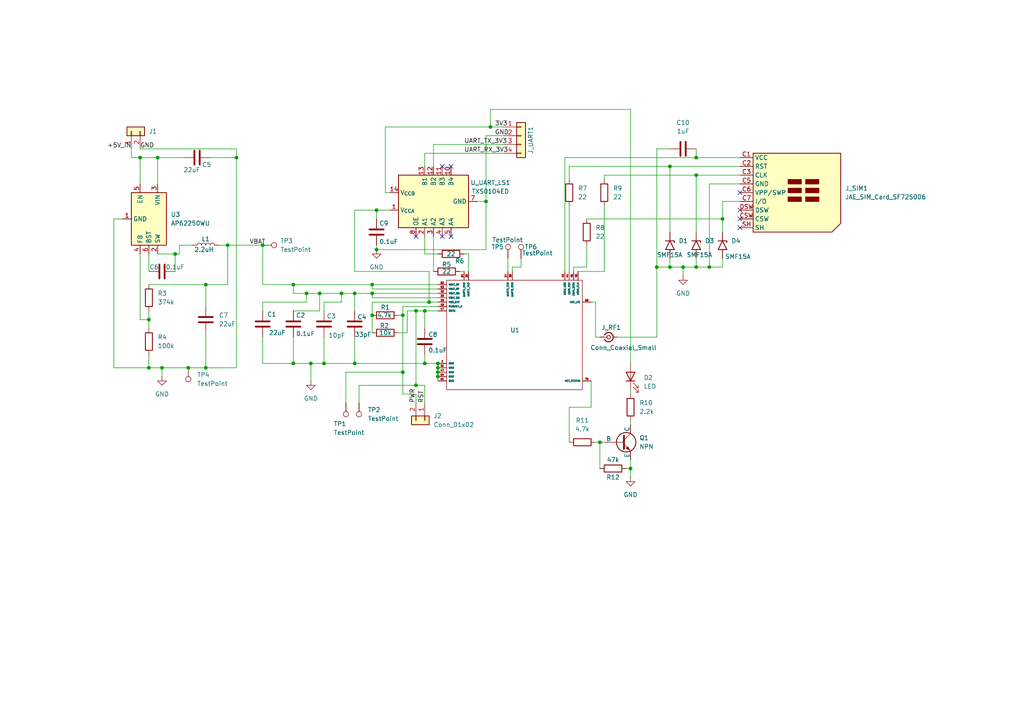
<source format=kicad_sch>
(kicad_sch
	(version 20250114)
	(generator "eeschema")
	(generator_version "9.0")
	(uuid "44097885-1e2f-48b9-aacd-2127d430dd74")
	(paper "A4")
	(lib_symbols
		(symbol "C_1"
			(pin_numbers
				(hide yes)
			)
			(pin_names
				(offset 0.254)
			)
			(exclude_from_sim no)
			(in_bom yes)
			(on_board yes)
			(property "Reference" "C"
				(at 0.635 2.54 0)
				(effects
					(font
						(size 1.27 1.27)
					)
					(justify left)
				)
			)
			(property "Value" "C"
				(at 0.635 -2.54 0)
				(effects
					(font
						(size 1.27 1.27)
					)
					(justify left)
				)
			)
			(property "Footprint" ""
				(at 0.9652 -3.81 0)
				(effects
					(font
						(size 1.27 1.27)
					)
					(hide yes)
				)
			)
			(property "Datasheet" "~"
				(at 0 0 0)
				(effects
					(font
						(size 1.27 1.27)
					)
					(hide yes)
				)
			)
			(property "Description" "Unpolarized capacitor"
				(at 0 0 0)
				(effects
					(font
						(size 1.27 1.27)
					)
					(hide yes)
				)
			)
			(property "ki_keywords" "cap capacitor"
				(at 0 0 0)
				(effects
					(font
						(size 1.27 1.27)
					)
					(hide yes)
				)
			)
			(property "ki_fp_filters" "C_*"
				(at 0 0 0)
				(effects
					(font
						(size 1.27 1.27)
					)
					(hide yes)
				)
			)
			(symbol "C_1_0_1"
				(polyline
					(pts
						(xy -2.032 0.762) (xy 2.032 0.762)
					)
					(stroke
						(width 0.508)
						(type default)
					)
					(fill
						(type none)
					)
				)
				(polyline
					(pts
						(xy -2.032 -0.762) (xy 2.032 -0.762)
					)
					(stroke
						(width 0.508)
						(type default)
					)
					(fill
						(type none)
					)
				)
			)
			(symbol "C_1_1_1"
				(pin passive line
					(at 0 3.81 270)
					(length 2.794)
					(name "~"
						(effects
							(font
								(size 1.27 1.27)
							)
						)
					)
					(number "1"
						(effects
							(font
								(size 1.27 1.27)
							)
						)
					)
				)
				(pin passive line
					(at 0 -3.81 90)
					(length 2.794)
					(name "~"
						(effects
							(font
								(size 1.27 1.27)
							)
						)
					)
					(number "2"
						(effects
							(font
								(size 1.27 1.27)
							)
						)
					)
				)
			)
			(embedded_fonts no)
		)
		(symbol "Connector:Conn_Coaxial_Small"
			(pin_numbers
				(hide yes)
			)
			(pin_names
				(offset 1.016)
				(hide yes)
			)
			(exclude_from_sim no)
			(in_bom yes)
			(on_board yes)
			(property "Reference" "J"
				(at 0.254 3.048 0)
				(effects
					(font
						(size 1.27 1.27)
					)
				)
			)
			(property "Value" "Conn_Coaxial_Small"
				(at 0 -3.81 0)
				(effects
					(font
						(size 1.27 1.27)
					)
				)
			)
			(property "Footprint" ""
				(at 0 0 0)
				(effects
					(font
						(size 1.27 1.27)
					)
					(hide yes)
				)
			)
			(property "Datasheet" "~"
				(at 0 0 0)
				(effects
					(font
						(size 1.27 1.27)
					)
					(hide yes)
				)
			)
			(property "Description" "small coaxial connector (BNC, SMA, SMB, SMC, Cinch/RCA, LEMO, ...)"
				(at 0 0 0)
				(effects
					(font
						(size 1.27 1.27)
					)
					(hide yes)
				)
			)
			(property "ki_keywords" "BNC SMA SMB SMC LEMO coaxial connector CINCH RCA MCX MMCX U.FL UMRF"
				(at 0 0 0)
				(effects
					(font
						(size 1.27 1.27)
					)
					(hide yes)
				)
			)
			(property "ki_fp_filters" "*BNC* *SMA* *SMB* *SMC* *Cinch* *LEMO* *UMRF* *MCX* *U.FL*"
				(at 0 0 0)
				(effects
					(font
						(size 1.27 1.27)
					)
					(hide yes)
				)
			)
			(symbol "Conn_Coaxial_Small_0_1"
				(polyline
					(pts
						(xy -2.54 0) (xy -0.508 0)
					)
					(stroke
						(width 0)
						(type default)
					)
					(fill
						(type none)
					)
				)
				(circle
					(center 0 0)
					(radius 0.508)
					(stroke
						(width 0.2032)
						(type default)
					)
					(fill
						(type none)
					)
				)
			)
			(symbol "Conn_Coaxial_Small_1_1"
				(arc
					(start 1.3484 0.0039)
					(mid 0.327 -1.308)
					(end -1.1916 -0.6311)
					(stroke
						(width 0.3048)
						(type default)
					)
					(fill
						(type none)
					)
				)
				(arc
					(start -1.1916 0.6311)
					(mid 0.327 1.3081)
					(end 1.3484 -0.0039)
					(stroke
						(width 0.3048)
						(type default)
					)
					(fill
						(type none)
					)
				)
				(pin passive line
					(at -2.54 0 0)
					(length 1.27)
					(name "In"
						(effects
							(font
								(size 1.27 1.27)
							)
						)
					)
					(number "1"
						(effects
							(font
								(size 1.27 1.27)
							)
						)
					)
				)
				(pin passive line
					(at 2.54 0 180)
					(length 1.27)
					(name "Ext"
						(effects
							(font
								(size 1.27 1.27)
							)
						)
					)
					(number "2"
						(effects
							(font
								(size 1.27 1.27)
							)
						)
					)
				)
			)
			(embedded_fonts no)
		)
		(symbol "Connector:JAE_SIM_Card_SF72S006"
			(exclude_from_sim no)
			(in_bom yes)
			(on_board yes)
			(property "Reference" "J"
				(at 5.08 12.7 0)
				(effects
					(font
						(size 1.27 1.27)
					)
					(justify right)
				)
			)
			(property "Value" "JAE_SIM_Card_SF72S006"
				(at 30.48 12.7 0)
				(effects
					(font
						(size 1.27 1.27)
					)
					(justify right)
				)
			)
			(property "Footprint" "Connector_JAE:JAE_SIM_Card_SF72S006"
				(at 11.43 -13.97 0)
				(effects
					(font
						(size 1.27 1.27)
					)
					(hide yes)
				)
			)
			(property "Datasheet" "https://www.jae.com/direct/topics/topics_file_download/topics_id=68892&ext_no=06&index=0&_lang=en&v=202003111511468456809"
				(at 13.97 0 0)
				(effects
					(font
						(size 1.27 1.27)
					)
					(hide yes)
				)
			)
			(property "Description" "Nano-SIM Card (4FF) connector with Detect Switch"
				(at 0 0 0)
				(effects
					(font
						(size 1.27 1.27)
					)
					(hide yes)
				)
			)
			(property "ki_keywords" "SIM card UICC 4FF"
				(at 0 0 0)
				(effects
					(font
						(size 1.27 1.27)
					)
					(hide yes)
				)
			)
			(property "ki_fp_filters" "JAE*SIM*Card*SF72S006*"
				(at 0 0 0)
				(effects
					(font
						(size 1.27 1.27)
					)
					(hide yes)
				)
			)
			(symbol "JAE_SIM_Card_SF72S006_0_1"
				(polyline
					(pts
						(xy 3.81 11.43) (xy 3.81 -11.43) (xy 26.67 -11.43) (xy 29.21 -8.89) (xy 29.21 11.43) (xy 3.81 11.43)
					)
					(stroke
						(width 0.254)
						(type default)
					)
					(fill
						(type background)
					)
				)
				(rectangle
					(start 13.97 2.54)
					(end 17.78 3.81)
					(stroke
						(width 0.254)
						(type default)
					)
					(fill
						(type outline)
					)
				)
				(rectangle
					(start 13.97 0)
					(end 17.78 1.27)
					(stroke
						(width 0.254)
						(type default)
					)
					(fill
						(type outline)
					)
				)
				(rectangle
					(start 13.97 -2.54)
					(end 17.78 -1.27)
					(stroke
						(width 0.254)
						(type default)
					)
					(fill
						(type outline)
					)
				)
				(rectangle
					(start 19.05 2.54)
					(end 22.86 3.81)
					(stroke
						(width 0.254)
						(type default)
					)
					(fill
						(type outline)
					)
				)
				(rectangle
					(start 19.05 0)
					(end 22.86 1.27)
					(stroke
						(width 0.254)
						(type default)
					)
					(fill
						(type outline)
					)
				)
				(rectangle
					(start 19.05 -1.27)
					(end 22.86 -2.54)
					(stroke
						(width 0.254)
						(type default)
					)
					(fill
						(type outline)
					)
				)
			)
			(symbol "JAE_SIM_Card_SF72S006_1_1"
				(pin power_in line
					(at 0 10.16 0)
					(length 3.81)
					(name "VCC"
						(effects
							(font
								(size 1.27 1.27)
							)
						)
					)
					(number "C1"
						(effects
							(font
								(size 1.27 1.27)
							)
						)
					)
				)
				(pin input line
					(at 0 7.62 0)
					(length 3.81)
					(name "RST"
						(effects
							(font
								(size 1.27 1.27)
							)
						)
					)
					(number "C2"
						(effects
							(font
								(size 1.27 1.27)
							)
						)
					)
				)
				(pin input line
					(at 0 5.08 0)
					(length 3.81)
					(name "CLK"
						(effects
							(font
								(size 1.27 1.27)
							)
						)
					)
					(number "C3"
						(effects
							(font
								(size 1.27 1.27)
							)
						)
					)
				)
				(pin power_in line
					(at 0 2.54 0)
					(length 3.81)
					(name "GND"
						(effects
							(font
								(size 1.27 1.27)
							)
						)
					)
					(number "C5"
						(effects
							(font
								(size 1.27 1.27)
							)
						)
					)
				)
				(pin bidirectional line
					(at 0 0 0)
					(length 3.81)
					(name "VPP/SWP"
						(effects
							(font
								(size 1.27 1.27)
							)
						)
					)
					(number "C6"
						(effects
							(font
								(size 1.27 1.27)
							)
						)
					)
				)
				(pin bidirectional line
					(at 0 -2.54 0)
					(length 3.81)
					(name "I/O"
						(effects
							(font
								(size 1.27 1.27)
							)
						)
					)
					(number "C7"
						(effects
							(font
								(size 1.27 1.27)
							)
						)
					)
				)
				(pin passive line
					(at 0 -5.08 0)
					(length 3.81)
					(name "DSW"
						(effects
							(font
								(size 1.27 1.27)
							)
						)
					)
					(number "DSW"
						(effects
							(font
								(size 1.27 1.27)
							)
						)
					)
				)
				(pin passive line
					(at 0 -7.62 0)
					(length 3.81)
					(name "CSW"
						(effects
							(font
								(size 1.27 1.27)
							)
						)
					)
					(number "CSW"
						(effects
							(font
								(size 1.27 1.27)
							)
						)
					)
				)
				(pin passive line
					(at 0 -10.16 0)
					(length 3.81)
					(name "SH"
						(effects
							(font
								(size 1.27 1.27)
							)
						)
					)
					(number "SH"
						(effects
							(font
								(size 1.27 1.27)
							)
						)
					)
				)
			)
			(embedded_fonts no)
		)
		(symbol "Connector:TestPoint"
			(pin_numbers
				(hide yes)
			)
			(pin_names
				(offset 0.762)
				(hide yes)
			)
			(exclude_from_sim no)
			(in_bom yes)
			(on_board yes)
			(property "Reference" "TP"
				(at 0 6.858 0)
				(effects
					(font
						(size 1.27 1.27)
					)
				)
			)
			(property "Value" "TestPoint"
				(at 0 5.08 0)
				(effects
					(font
						(size 1.27 1.27)
					)
				)
			)
			(property "Footprint" ""
				(at 5.08 0 0)
				(effects
					(font
						(size 1.27 1.27)
					)
					(hide yes)
				)
			)
			(property "Datasheet" "~"
				(at 5.08 0 0)
				(effects
					(font
						(size 1.27 1.27)
					)
					(hide yes)
				)
			)
			(property "Description" "test point"
				(at 0 0 0)
				(effects
					(font
						(size 1.27 1.27)
					)
					(hide yes)
				)
			)
			(property "ki_keywords" "test point tp"
				(at 0 0 0)
				(effects
					(font
						(size 1.27 1.27)
					)
					(hide yes)
				)
			)
			(property "ki_fp_filters" "Pin* Test*"
				(at 0 0 0)
				(effects
					(font
						(size 1.27 1.27)
					)
					(hide yes)
				)
			)
			(symbol "TestPoint_0_1"
				(circle
					(center 0 3.302)
					(radius 0.762)
					(stroke
						(width 0)
						(type default)
					)
					(fill
						(type none)
					)
				)
			)
			(symbol "TestPoint_1_1"
				(pin passive line
					(at 0 0 90)
					(length 2.54)
					(name "1"
						(effects
							(font
								(size 1.27 1.27)
							)
						)
					)
					(number "1"
						(effects
							(font
								(size 1.27 1.27)
							)
						)
					)
				)
			)
			(embedded_fonts no)
		)
		(symbol "Connector_Generic:Conn_01x02"
			(pin_names
				(offset 1.016)
				(hide yes)
			)
			(exclude_from_sim no)
			(in_bom yes)
			(on_board yes)
			(property "Reference" "J"
				(at 0 2.54 0)
				(effects
					(font
						(size 1.27 1.27)
					)
				)
			)
			(property "Value" "Conn_01x02"
				(at 0 -5.08 0)
				(effects
					(font
						(size 1.27 1.27)
					)
				)
			)
			(property "Footprint" ""
				(at 0 0 0)
				(effects
					(font
						(size 1.27 1.27)
					)
					(hide yes)
				)
			)
			(property "Datasheet" "~"
				(at 0 0 0)
				(effects
					(font
						(size 1.27 1.27)
					)
					(hide yes)
				)
			)
			(property "Description" "Generic connector, single row, 01x02, script generated (kicad-library-utils/schlib/autogen/connector/)"
				(at 0 0 0)
				(effects
					(font
						(size 1.27 1.27)
					)
					(hide yes)
				)
			)
			(property "ki_keywords" "connector"
				(at 0 0 0)
				(effects
					(font
						(size 1.27 1.27)
					)
					(hide yes)
				)
			)
			(property "ki_fp_filters" "Connector*:*_1x??_*"
				(at 0 0 0)
				(effects
					(font
						(size 1.27 1.27)
					)
					(hide yes)
				)
			)
			(symbol "Conn_01x02_1_1"
				(rectangle
					(start -1.27 1.27)
					(end 1.27 -3.81)
					(stroke
						(width 0.254)
						(type default)
					)
					(fill
						(type background)
					)
				)
				(rectangle
					(start -1.27 0.127)
					(end 0 -0.127)
					(stroke
						(width 0.1524)
						(type default)
					)
					(fill
						(type none)
					)
				)
				(rectangle
					(start -1.27 -2.413)
					(end 0 -2.667)
					(stroke
						(width 0.1524)
						(type default)
					)
					(fill
						(type none)
					)
				)
				(pin passive line
					(at -5.08 0 0)
					(length 3.81)
					(name "Pin_1"
						(effects
							(font
								(size 1.27 1.27)
							)
						)
					)
					(number "1"
						(effects
							(font
								(size 1.27 1.27)
							)
						)
					)
				)
				(pin passive line
					(at -5.08 -2.54 0)
					(length 3.81)
					(name "Pin_2"
						(effects
							(font
								(size 1.27 1.27)
							)
						)
					)
					(number "2"
						(effects
							(font
								(size 1.27 1.27)
							)
						)
					)
				)
			)
			(embedded_fonts no)
		)
		(symbol "Connector_Generic:Conn_01x04"
			(pin_names
				(offset 1.016)
				(hide yes)
			)
			(exclude_from_sim no)
			(in_bom yes)
			(on_board yes)
			(property "Reference" "J"
				(at 0 5.08 0)
				(effects
					(font
						(size 1.27 1.27)
					)
				)
			)
			(property "Value" "Conn_01x04"
				(at 0 -7.62 0)
				(effects
					(font
						(size 1.27 1.27)
					)
				)
			)
			(property "Footprint" ""
				(at 0 0 0)
				(effects
					(font
						(size 1.27 1.27)
					)
					(hide yes)
				)
			)
			(property "Datasheet" "~"
				(at 0 0 0)
				(effects
					(font
						(size 1.27 1.27)
					)
					(hide yes)
				)
			)
			(property "Description" "Generic connector, single row, 01x04, script generated (kicad-library-utils/schlib/autogen/connector/)"
				(at 0 0 0)
				(effects
					(font
						(size 1.27 1.27)
					)
					(hide yes)
				)
			)
			(property "ki_keywords" "connector"
				(at 0 0 0)
				(effects
					(font
						(size 1.27 1.27)
					)
					(hide yes)
				)
			)
			(property "ki_fp_filters" "Connector*:*_1x??_*"
				(at 0 0 0)
				(effects
					(font
						(size 1.27 1.27)
					)
					(hide yes)
				)
			)
			(symbol "Conn_01x04_1_1"
				(rectangle
					(start -1.27 3.81)
					(end 1.27 -6.35)
					(stroke
						(width 0.254)
						(type default)
					)
					(fill
						(type background)
					)
				)
				(rectangle
					(start -1.27 2.667)
					(end 0 2.413)
					(stroke
						(width 0.1524)
						(type default)
					)
					(fill
						(type none)
					)
				)
				(rectangle
					(start -1.27 0.127)
					(end 0 -0.127)
					(stroke
						(width 0.1524)
						(type default)
					)
					(fill
						(type none)
					)
				)
				(rectangle
					(start -1.27 -2.413)
					(end 0 -2.667)
					(stroke
						(width 0.1524)
						(type default)
					)
					(fill
						(type none)
					)
				)
				(rectangle
					(start -1.27 -4.953)
					(end 0 -5.207)
					(stroke
						(width 0.1524)
						(type default)
					)
					(fill
						(type none)
					)
				)
				(pin passive line
					(at -5.08 2.54 0)
					(length 3.81)
					(name "Pin_1"
						(effects
							(font
								(size 1.27 1.27)
							)
						)
					)
					(number "1"
						(effects
							(font
								(size 1.27 1.27)
							)
						)
					)
				)
				(pin passive line
					(at -5.08 0 0)
					(length 3.81)
					(name "Pin_2"
						(effects
							(font
								(size 1.27 1.27)
							)
						)
					)
					(number "2"
						(effects
							(font
								(size 1.27 1.27)
							)
						)
					)
				)
				(pin passive line
					(at -5.08 -2.54 0)
					(length 3.81)
					(name "Pin_3"
						(effects
							(font
								(size 1.27 1.27)
							)
						)
					)
					(number "3"
						(effects
							(font
								(size 1.27 1.27)
							)
						)
					)
				)
				(pin passive line
					(at -5.08 -5.08 0)
					(length 3.81)
					(name "Pin_4"
						(effects
							(font
								(size 1.27 1.27)
							)
						)
					)
					(number "4"
						(effects
							(font
								(size 1.27 1.27)
							)
						)
					)
				)
			)
			(embedded_fonts no)
		)
		(symbol "Device:C"
			(pin_numbers
				(hide yes)
			)
			(pin_names
				(offset 0.254)
			)
			(exclude_from_sim no)
			(in_bom yes)
			(on_board yes)
			(property "Reference" "C"
				(at 0.635 2.54 0)
				(effects
					(font
						(size 1.27 1.27)
					)
					(justify left)
				)
			)
			(property "Value" "C"
				(at 0.635 -2.54 0)
				(effects
					(font
						(size 1.27 1.27)
					)
					(justify left)
				)
			)
			(property "Footprint" ""
				(at 0.9652 -3.81 0)
				(effects
					(font
						(size 1.27 1.27)
					)
					(hide yes)
				)
			)
			(property "Datasheet" "~"
				(at 0 0 0)
				(effects
					(font
						(size 1.27 1.27)
					)
					(hide yes)
				)
			)
			(property "Description" "Unpolarized capacitor"
				(at 0 0 0)
				(effects
					(font
						(size 1.27 1.27)
					)
					(hide yes)
				)
			)
			(property "ki_keywords" "cap capacitor"
				(at 0 0 0)
				(effects
					(font
						(size 1.27 1.27)
					)
					(hide yes)
				)
			)
			(property "ki_fp_filters" "C_*"
				(at 0 0 0)
				(effects
					(font
						(size 1.27 1.27)
					)
					(hide yes)
				)
			)
			(symbol "C_0_1"
				(polyline
					(pts
						(xy -2.032 0.762) (xy 2.032 0.762)
					)
					(stroke
						(width 0.508)
						(type default)
					)
					(fill
						(type none)
					)
				)
				(polyline
					(pts
						(xy -2.032 -0.762) (xy 2.032 -0.762)
					)
					(stroke
						(width 0.508)
						(type default)
					)
					(fill
						(type none)
					)
				)
			)
			(symbol "C_1_1"
				(pin passive line
					(at 0 3.81 270)
					(length 2.794)
					(name "~"
						(effects
							(font
								(size 1.27 1.27)
							)
						)
					)
					(number "1"
						(effects
							(font
								(size 1.27 1.27)
							)
						)
					)
				)
				(pin passive line
					(at 0 -3.81 90)
					(length 2.794)
					(name "~"
						(effects
							(font
								(size 1.27 1.27)
							)
						)
					)
					(number "2"
						(effects
							(font
								(size 1.27 1.27)
							)
						)
					)
				)
			)
			(embedded_fonts no)
		)
		(symbol "Device:L"
			(pin_numbers
				(hide yes)
			)
			(pin_names
				(offset 1.016)
				(hide yes)
			)
			(exclude_from_sim no)
			(in_bom yes)
			(on_board yes)
			(property "Reference" "L"
				(at -1.27 0 90)
				(effects
					(font
						(size 1.27 1.27)
					)
				)
			)
			(property "Value" "L"
				(at 1.905 0 90)
				(effects
					(font
						(size 1.27 1.27)
					)
				)
			)
			(property "Footprint" ""
				(at 0 0 0)
				(effects
					(font
						(size 1.27 1.27)
					)
					(hide yes)
				)
			)
			(property "Datasheet" "~"
				(at 0 0 0)
				(effects
					(font
						(size 1.27 1.27)
					)
					(hide yes)
				)
			)
			(property "Description" "Inductor"
				(at 0 0 0)
				(effects
					(font
						(size 1.27 1.27)
					)
					(hide yes)
				)
			)
			(property "ki_keywords" "inductor choke coil reactor magnetic"
				(at 0 0 0)
				(effects
					(font
						(size 1.27 1.27)
					)
					(hide yes)
				)
			)
			(property "ki_fp_filters" "Choke_* *Coil* Inductor_* L_*"
				(at 0 0 0)
				(effects
					(font
						(size 1.27 1.27)
					)
					(hide yes)
				)
			)
			(symbol "L_0_1"
				(arc
					(start 0 2.54)
					(mid 0.6323 1.905)
					(end 0 1.27)
					(stroke
						(width 0)
						(type default)
					)
					(fill
						(type none)
					)
				)
				(arc
					(start 0 1.27)
					(mid 0.6323 0.635)
					(end 0 0)
					(stroke
						(width 0)
						(type default)
					)
					(fill
						(type none)
					)
				)
				(arc
					(start 0 0)
					(mid 0.6323 -0.635)
					(end 0 -1.27)
					(stroke
						(width 0)
						(type default)
					)
					(fill
						(type none)
					)
				)
				(arc
					(start 0 -1.27)
					(mid 0.6323 -1.905)
					(end 0 -2.54)
					(stroke
						(width 0)
						(type default)
					)
					(fill
						(type none)
					)
				)
			)
			(symbol "L_1_1"
				(pin passive line
					(at 0 3.81 270)
					(length 1.27)
					(name "1"
						(effects
							(font
								(size 1.27 1.27)
							)
						)
					)
					(number "1"
						(effects
							(font
								(size 1.27 1.27)
							)
						)
					)
				)
				(pin passive line
					(at 0 -3.81 90)
					(length 1.27)
					(name "2"
						(effects
							(font
								(size 1.27 1.27)
							)
						)
					)
					(number "2"
						(effects
							(font
								(size 1.27 1.27)
							)
						)
					)
				)
			)
			(embedded_fonts no)
		)
		(symbol "Device:LED"
			(pin_numbers
				(hide yes)
			)
			(pin_names
				(offset 1.016)
				(hide yes)
			)
			(exclude_from_sim no)
			(in_bom yes)
			(on_board yes)
			(property "Reference" "D"
				(at 0 2.54 0)
				(effects
					(font
						(size 1.27 1.27)
					)
				)
			)
			(property "Value" "LED"
				(at 0 -2.54 0)
				(effects
					(font
						(size 1.27 1.27)
					)
				)
			)
			(property "Footprint" ""
				(at 0 0 0)
				(effects
					(font
						(size 1.27 1.27)
					)
					(hide yes)
				)
			)
			(property "Datasheet" "~"
				(at 0 0 0)
				(effects
					(font
						(size 1.27 1.27)
					)
					(hide yes)
				)
			)
			(property "Description" "Light emitting diode"
				(at 0 0 0)
				(effects
					(font
						(size 1.27 1.27)
					)
					(hide yes)
				)
			)
			(property "Sim.Pins" "1=K 2=A"
				(at 0 0 0)
				(effects
					(font
						(size 1.27 1.27)
					)
					(hide yes)
				)
			)
			(property "ki_keywords" "LED diode"
				(at 0 0 0)
				(effects
					(font
						(size 1.27 1.27)
					)
					(hide yes)
				)
			)
			(property "ki_fp_filters" "LED* LED_SMD:* LED_THT:*"
				(at 0 0 0)
				(effects
					(font
						(size 1.27 1.27)
					)
					(hide yes)
				)
			)
			(symbol "LED_0_1"
				(polyline
					(pts
						(xy -3.048 -0.762) (xy -4.572 -2.286) (xy -3.81 -2.286) (xy -4.572 -2.286) (xy -4.572 -1.524)
					)
					(stroke
						(width 0)
						(type default)
					)
					(fill
						(type none)
					)
				)
				(polyline
					(pts
						(xy -1.778 -0.762) (xy -3.302 -2.286) (xy -2.54 -2.286) (xy -3.302 -2.286) (xy -3.302 -1.524)
					)
					(stroke
						(width 0)
						(type default)
					)
					(fill
						(type none)
					)
				)
				(polyline
					(pts
						(xy -1.27 0) (xy 1.27 0)
					)
					(stroke
						(width 0)
						(type default)
					)
					(fill
						(type none)
					)
				)
				(polyline
					(pts
						(xy -1.27 -1.27) (xy -1.27 1.27)
					)
					(stroke
						(width 0.254)
						(type default)
					)
					(fill
						(type none)
					)
				)
				(polyline
					(pts
						(xy 1.27 -1.27) (xy 1.27 1.27) (xy -1.27 0) (xy 1.27 -1.27)
					)
					(stroke
						(width 0.254)
						(type default)
					)
					(fill
						(type none)
					)
				)
			)
			(symbol "LED_1_1"
				(pin passive line
					(at -3.81 0 0)
					(length 2.54)
					(name "K"
						(effects
							(font
								(size 1.27 1.27)
							)
						)
					)
					(number "1"
						(effects
							(font
								(size 1.27 1.27)
							)
						)
					)
				)
				(pin passive line
					(at 3.81 0 180)
					(length 2.54)
					(name "A"
						(effects
							(font
								(size 1.27 1.27)
							)
						)
					)
					(number "2"
						(effects
							(font
								(size 1.27 1.27)
							)
						)
					)
				)
			)
			(embedded_fonts no)
		)
		(symbol "Device:R"
			(pin_numbers
				(hide yes)
			)
			(pin_names
				(offset 0)
			)
			(exclude_from_sim no)
			(in_bom yes)
			(on_board yes)
			(property "Reference" "R"
				(at 2.032 0 90)
				(effects
					(font
						(size 1.27 1.27)
					)
				)
			)
			(property "Value" "R"
				(at 0 0 90)
				(effects
					(font
						(size 1.27 1.27)
					)
				)
			)
			(property "Footprint" ""
				(at -1.778 0 90)
				(effects
					(font
						(size 1.27 1.27)
					)
					(hide yes)
				)
			)
			(property "Datasheet" "~"
				(at 0 0 0)
				(effects
					(font
						(size 1.27 1.27)
					)
					(hide yes)
				)
			)
			(property "Description" "Resistor"
				(at 0 0 0)
				(effects
					(font
						(size 1.27 1.27)
					)
					(hide yes)
				)
			)
			(property "ki_keywords" "R res resistor"
				(at 0 0 0)
				(effects
					(font
						(size 1.27 1.27)
					)
					(hide yes)
				)
			)
			(property "ki_fp_filters" "R_*"
				(at 0 0 0)
				(effects
					(font
						(size 1.27 1.27)
					)
					(hide yes)
				)
			)
			(symbol "R_0_1"
				(rectangle
					(start -1.016 -2.54)
					(end 1.016 2.54)
					(stroke
						(width 0.254)
						(type default)
					)
					(fill
						(type none)
					)
				)
			)
			(symbol "R_1_1"
				(pin passive line
					(at 0 3.81 270)
					(length 1.27)
					(name "~"
						(effects
							(font
								(size 1.27 1.27)
							)
						)
					)
					(number "1"
						(effects
							(font
								(size 1.27 1.27)
							)
						)
					)
				)
				(pin passive line
					(at 0 -3.81 90)
					(length 1.27)
					(name "~"
						(effects
							(font
								(size 1.27 1.27)
							)
						)
					)
					(number "2"
						(effects
							(font
								(size 1.27 1.27)
							)
						)
					)
				)
			)
			(embedded_fonts no)
		)
		(symbol "Diode:SMF15A"
			(pin_numbers
				(hide yes)
			)
			(pin_names
				(offset 1.016)
				(hide yes)
			)
			(exclude_from_sim no)
			(in_bom yes)
			(on_board yes)
			(property "Reference" "D"
				(at 0 2.54 0)
				(effects
					(font
						(size 1.27 1.27)
					)
				)
			)
			(property "Value" "SMF15A"
				(at 0 -2.54 0)
				(effects
					(font
						(size 1.27 1.27)
					)
				)
			)
			(property "Footprint" "Diode_SMD:D_SMF"
				(at 0 -5.08 0)
				(effects
					(font
						(size 1.27 1.27)
					)
					(hide yes)
				)
			)
			(property "Datasheet" "https://www.vishay.com/doc?85881"
				(at -1.27 0 0)
				(effects
					(font
						(size 1.27 1.27)
					)
					(hide yes)
				)
			)
			(property "Description" "200W unidirectional Transil Transient Voltage Suppressor, 15Vrwm, SMF"
				(at 0 0 0)
				(effects
					(font
						(size 1.27 1.27)
					)
					(hide yes)
				)
			)
			(property "ki_keywords" "diode TVS voltage suppressor"
				(at 0 0 0)
				(effects
					(font
						(size 1.27 1.27)
					)
					(hide yes)
				)
			)
			(property "ki_fp_filters" "D*SMF*"
				(at 0 0 0)
				(effects
					(font
						(size 1.27 1.27)
					)
					(hide yes)
				)
			)
			(symbol "SMF15A_0_1"
				(polyline
					(pts
						(xy -0.762 1.27) (xy -1.27 1.27) (xy -1.27 -1.27)
					)
					(stroke
						(width 0.254)
						(type default)
					)
					(fill
						(type none)
					)
				)
				(polyline
					(pts
						(xy 1.27 1.27) (xy 1.27 -1.27) (xy -1.27 0) (xy 1.27 1.27)
					)
					(stroke
						(width 0.254)
						(type default)
					)
					(fill
						(type none)
					)
				)
			)
			(symbol "SMF15A_1_1"
				(pin passive line
					(at -3.81 0 0)
					(length 2.54)
					(name "A1"
						(effects
							(font
								(size 1.27 1.27)
							)
						)
					)
					(number "1"
						(effects
							(font
								(size 1.27 1.27)
							)
						)
					)
				)
				(pin passive line
					(at 3.81 0 180)
					(length 2.54)
					(name "A2"
						(effects
							(font
								(size 1.27 1.27)
							)
						)
					)
					(number "2"
						(effects
							(font
								(size 1.27 1.27)
							)
						)
					)
				)
			)
			(embedded_fonts no)
		)
		(symbol "Logic_LevelTranslator:TXS0104ED"
			(exclude_from_sim no)
			(in_bom yes)
			(on_board yes)
			(property "Reference" "U"
				(at -7.62 11.43 0)
				(effects
					(font
						(size 1.27 1.27)
					)
					(justify left)
				)
			)
			(property "Value" "TXS0104ED"
				(at 3.81 11.43 0)
				(effects
					(font
						(size 1.27 1.27)
					)
					(justify left)
				)
			)
			(property "Footprint" "Package_SO:SOIC-14_3.9x8.7mm_P1.27mm"
				(at 1.27 -11.43 0)
				(effects
					(font
						(size 1.27 1.27)
					)
					(justify left)
					(hide yes)
				)
			)
			(property "Datasheet" "www.ti.com/lit/ds/symlink/txs0104e.pdf"
				(at 1.27 -13.97 0)
				(effects
					(font
						(size 1.27 1.27)
					)
					(justify left)
					(hide yes)
				)
			)
			(property "Description" "Bidirectional  level-shifting voltage translator, SOIC-14"
				(at 1.27 -16.51 0)
				(effects
					(font
						(size 1.27 1.27)
					)
					(justify left)
					(hide yes)
				)
			)
			(property "ki_keywords" "4-bit"
				(at 0 0 0)
				(effects
					(font
						(size 1.27 1.27)
					)
					(hide yes)
				)
			)
			(property "ki_fp_filters" "SOIC*3.9x8.7mm*P1.27mm*"
				(at 0 0 0)
				(effects
					(font
						(size 1.27 1.27)
					)
					(hide yes)
				)
			)
			(symbol "TXS0104ED_0_1"
				(rectangle
					(start -7.62 10.16)
					(end 7.62 -10.16)
					(stroke
						(width 0.254)
						(type default)
					)
					(fill
						(type background)
					)
				)
			)
			(symbol "TXS0104ED_1_0"
				(pin no_connect line
					(at -7.62 -7.62 0)
					(length 2.54)
					(hide yes)
					(name "NC"
						(effects
							(font
								(size 1.27 1.27)
							)
						)
					)
					(number "6"
						(effects
							(font
								(size 1.27 1.27)
							)
						)
					)
				)
				(pin no_connect line
					(at 7.62 -7.62 180)
					(length 2.54)
					(hide yes)
					(name "NC"
						(effects
							(font
								(size 1.27 1.27)
							)
						)
					)
					(number "9"
						(effects
							(font
								(size 1.27 1.27)
							)
						)
					)
				)
			)
			(symbol "TXS0104ED_1_1"
				(pin input line
					(at -10.16 5.08 0)
					(length 2.54)
					(name "OE"
						(effects
							(font
								(size 1.27 1.27)
							)
						)
					)
					(number "8"
						(effects
							(font
								(size 1.27 1.27)
							)
						)
					)
				)
				(pin bidirectional line
					(at -10.16 2.54 0)
					(length 2.54)
					(name "A1"
						(effects
							(font
								(size 1.27 1.27)
							)
						)
					)
					(number "2"
						(effects
							(font
								(size 1.27 1.27)
							)
						)
					)
				)
				(pin bidirectional line
					(at -10.16 0 0)
					(length 2.54)
					(name "A2"
						(effects
							(font
								(size 1.27 1.27)
							)
						)
					)
					(number "3"
						(effects
							(font
								(size 1.27 1.27)
							)
						)
					)
				)
				(pin bidirectional line
					(at -10.16 -2.54 0)
					(length 2.54)
					(name "A3"
						(effects
							(font
								(size 1.27 1.27)
							)
						)
					)
					(number "4"
						(effects
							(font
								(size 1.27 1.27)
							)
						)
					)
				)
				(pin bidirectional line
					(at -10.16 -5.08 0)
					(length 2.54)
					(name "A4"
						(effects
							(font
								(size 1.27 1.27)
							)
						)
					)
					(number "5"
						(effects
							(font
								(size 1.27 1.27)
							)
						)
					)
				)
				(pin power_in line
					(at -2.54 12.7 270)
					(length 2.54)
					(name "V_{CCA}"
						(effects
							(font
								(size 1.27 1.27)
							)
						)
					)
					(number "1"
						(effects
							(font
								(size 1.27 1.27)
							)
						)
					)
				)
				(pin power_in line
					(at 0 -12.7 90)
					(length 2.54)
					(name "GND"
						(effects
							(font
								(size 1.27 1.27)
							)
						)
					)
					(number "7"
						(effects
							(font
								(size 1.27 1.27)
							)
						)
					)
				)
				(pin power_in line
					(at 2.54 12.7 270)
					(length 2.54)
					(name "V_{CCB}"
						(effects
							(font
								(size 1.27 1.27)
							)
						)
					)
					(number "14"
						(effects
							(font
								(size 1.27 1.27)
							)
						)
					)
				)
				(pin bidirectional line
					(at 10.16 2.54 180)
					(length 2.54)
					(name "B1"
						(effects
							(font
								(size 1.27 1.27)
							)
						)
					)
					(number "13"
						(effects
							(font
								(size 1.27 1.27)
							)
						)
					)
				)
				(pin bidirectional line
					(at 10.16 0 180)
					(length 2.54)
					(name "B2"
						(effects
							(font
								(size 1.27 1.27)
							)
						)
					)
					(number "12"
						(effects
							(font
								(size 1.27 1.27)
							)
						)
					)
				)
				(pin bidirectional line
					(at 10.16 -2.54 180)
					(length 2.54)
					(name "B3"
						(effects
							(font
								(size 1.27 1.27)
							)
						)
					)
					(number "11"
						(effects
							(font
								(size 1.27 1.27)
							)
						)
					)
				)
				(pin bidirectional line
					(at 10.16 -5.08 180)
					(length 2.54)
					(name "B4"
						(effects
							(font
								(size 1.27 1.27)
							)
						)
					)
					(number "10"
						(effects
							(font
								(size 1.27 1.27)
							)
						)
					)
				)
			)
			(embedded_fonts no)
		)
		(symbol "Regulator_Switching:AP62250WU"
			(exclude_from_sim no)
			(in_bom yes)
			(on_board yes)
			(property "Reference" "U"
				(at -7.62 6.35 0)
				(effects
					(font
						(size 1.27 1.27)
					)
					(justify left)
				)
			)
			(property "Value" "AP62250WU"
				(at 6.35 -6.35 0)
				(effects
					(font
						(size 1.27 1.27)
					)
				)
			)
			(property "Footprint" "Package_TO_SOT_SMD:TSOT-23-6"
				(at 0 8.89 0)
				(effects
					(font
						(size 1.27 1.27)
					)
					(hide yes)
				)
			)
			(property "Datasheet" "https://www.diodes.com/assets/Datasheets/AP62250.pdf"
				(at 0 -17.78 0)
				(effects
					(font
						(size 1.27 1.27)
					)
					(hide yes)
				)
			)
			(property "Description" "2.5A, 1.3MHz Buck DC/DC Converter, 4.2V-18V input voltage, 0.8V-7V adjustable output voltage, TSOT-23-6"
				(at 0 0 0)
				(effects
					(font
						(size 1.27 1.27)
					)
					(hide yes)
				)
			)
			(property "ki_keywords" "2.5A 1.3MHz PWM Buck DC/DC"
				(at 0 0 0)
				(effects
					(font
						(size 1.27 1.27)
					)
					(hide yes)
				)
			)
			(property "ki_fp_filters" "TSOT?23?6*"
				(at 0 0 0)
				(effects
					(font
						(size 1.27 1.27)
					)
					(hide yes)
				)
			)
			(symbol "AP62250WU_0_1"
				(rectangle
					(start -7.62 5.08)
					(end 7.62 -5.08)
					(stroke
						(width 0.254)
						(type default)
					)
					(fill
						(type background)
					)
				)
			)
			(symbol "AP62250WU_1_1"
				(pin power_in line
					(at -10.16 2.54 0)
					(length 2.54)
					(name "VIN"
						(effects
							(font
								(size 1.27 1.27)
							)
						)
					)
					(number "3"
						(effects
							(font
								(size 1.27 1.27)
							)
						)
					)
				)
				(pin passive line
					(at -10.16 -2.54 0)
					(length 2.54)
					(name "EN"
						(effects
							(font
								(size 1.27 1.27)
							)
						)
					)
					(number "5"
						(effects
							(font
								(size 1.27 1.27)
							)
						)
					)
				)
				(pin power_in line
					(at 0 -7.62 90)
					(length 2.54)
					(name "GND"
						(effects
							(font
								(size 1.27 1.27)
							)
						)
					)
					(number "1"
						(effects
							(font
								(size 1.27 1.27)
							)
						)
					)
				)
				(pin output line
					(at 10.16 2.54 180)
					(length 2.54)
					(name "SW"
						(effects
							(font
								(size 1.27 1.27)
							)
						)
					)
					(number "2"
						(effects
							(font
								(size 1.27 1.27)
							)
						)
					)
				)
				(pin passive line
					(at 10.16 0 180)
					(length 2.54)
					(name "BST"
						(effects
							(font
								(size 1.27 1.27)
							)
						)
					)
					(number "6"
						(effects
							(font
								(size 1.27 1.27)
							)
						)
					)
				)
				(pin input line
					(at 10.16 -2.54 180)
					(length 2.54)
					(name "FB"
						(effects
							(font
								(size 1.27 1.27)
							)
						)
					)
					(number "4"
						(effects
							(font
								(size 1.27 1.27)
							)
						)
					)
				)
			)
			(embedded_fonts no)
		)
		(symbol "Simulation_SPICE:NPN"
			(pin_numbers
				(hide yes)
			)
			(pin_names
				(offset 0)
			)
			(exclude_from_sim no)
			(in_bom yes)
			(on_board yes)
			(property "Reference" "Q"
				(at -2.54 7.62 0)
				(effects
					(font
						(size 1.27 1.27)
					)
				)
			)
			(property "Value" "NPN"
				(at -2.54 5.08 0)
				(effects
					(font
						(size 1.27 1.27)
					)
				)
			)
			(property "Footprint" ""
				(at 63.5 0 0)
				(effects
					(font
						(size 1.27 1.27)
					)
					(hide yes)
				)
			)
			(property "Datasheet" "https://ngspice.sourceforge.io/docs/ngspice-html-manual/manual.xhtml#cha_BJTs"
				(at 63.5 0 0)
				(effects
					(font
						(size 1.27 1.27)
					)
					(hide yes)
				)
			)
			(property "Description" "Bipolar transistor symbol for simulation only, substrate tied to the emitter"
				(at 0 0 0)
				(effects
					(font
						(size 1.27 1.27)
					)
					(hide yes)
				)
			)
			(property "Sim.Device" "NPN"
				(at 0 0 0)
				(effects
					(font
						(size 1.27 1.27)
					)
					(hide yes)
				)
			)
			(property "Sim.Type" "GUMMELPOON"
				(at 0 0 0)
				(effects
					(font
						(size 1.27 1.27)
					)
					(hide yes)
				)
			)
			(property "Sim.Pins" "1=C 2=B 3=E"
				(at 0 0 0)
				(effects
					(font
						(size 1.27 1.27)
					)
					(hide yes)
				)
			)
			(property "ki_keywords" "simulation"
				(at 0 0 0)
				(effects
					(font
						(size 1.27 1.27)
					)
					(hide yes)
				)
			)
			(symbol "NPN_0_1"
				(polyline
					(pts
						(xy -2.54 0) (xy 0.635 0)
					)
					(stroke
						(width 0.1524)
						(type default)
					)
					(fill
						(type none)
					)
				)
				(polyline
					(pts
						(xy 0.635 1.905) (xy 0.635 -1.905) (xy 0.635 -1.905)
					)
					(stroke
						(width 0.508)
						(type default)
					)
					(fill
						(type none)
					)
				)
				(polyline
					(pts
						(xy 0.635 0.635) (xy 2.54 2.54)
					)
					(stroke
						(width 0)
						(type default)
					)
					(fill
						(type none)
					)
				)
				(polyline
					(pts
						(xy 0.635 -0.635) (xy 2.54 -2.54) (xy 2.54 -2.54)
					)
					(stroke
						(width 0)
						(type default)
					)
					(fill
						(type none)
					)
				)
				(circle
					(center 1.27 0)
					(radius 2.8194)
					(stroke
						(width 0.254)
						(type default)
					)
					(fill
						(type none)
					)
				)
				(polyline
					(pts
						(xy 1.27 -1.778) (xy 1.778 -1.27) (xy 2.286 -2.286) (xy 1.27 -1.778) (xy 1.27 -1.778)
					)
					(stroke
						(width 0)
						(type default)
					)
					(fill
						(type outline)
					)
				)
				(polyline
					(pts
						(xy 2.794 -1.27) (xy 2.794 -1.27)
					)
					(stroke
						(width 0.1524)
						(type default)
					)
					(fill
						(type none)
					)
				)
				(polyline
					(pts
						(xy 2.794 -1.27) (xy 2.794 -1.27)
					)
					(stroke
						(width 0.1524)
						(type default)
					)
					(fill
						(type none)
					)
				)
			)
			(symbol "NPN_1_1"
				(pin input line
					(at -5.08 0 0)
					(length 2.54)
					(name "B"
						(effects
							(font
								(size 1.27 1.27)
							)
						)
					)
					(number "2"
						(effects
							(font
								(size 1.27 1.27)
							)
						)
					)
				)
				(pin open_collector line
					(at 2.54 5.08 270)
					(length 2.54)
					(name "C"
						(effects
							(font
								(size 1.27 1.27)
							)
						)
					)
					(number "1"
						(effects
							(font
								(size 1.27 1.27)
							)
						)
					)
				)
				(pin open_emitter line
					(at 2.54 -5.08 90)
					(length 2.54)
					(name "E"
						(effects
							(font
								(size 1.27 1.27)
							)
						)
					)
					(number "3"
						(effects
							(font
								(size 1.27 1.27)
							)
						)
					)
				)
			)
			(embedded_fonts no)
		)
		(symbol "c16qs_symbols:CAVLI_C16QS"
			(exclude_from_sim no)
			(in_bom yes)
			(on_board yes)
			(property "Reference" "U"
				(at 0 0 0)
				(effects
					(font
						(size 1.27 1.27)
					)
				)
			)
			(property "Value" ""
				(at 0 0 0)
				(effects
					(font
						(size 1.27 1.27)
					)
				)
			)
			(property "Footprint" ""
				(at 0 0 0)
				(effects
					(font
						(size 1.27 1.27)
					)
					(hide yes)
				)
			)
			(property "Datasheet" ""
				(at 0 0 0)
				(effects
					(font
						(size 1.27 1.27)
					)
					(hide yes)
				)
			)
			(property "Description" ""
				(at 0 0 0)
				(effects
					(font
						(size 1.27 1.27)
					)
					(hide yes)
				)
			)
			(symbol "CAVLI_C16QS_0_1"
				(rectangle
					(start -20.32 16.51)
					(end 19.05 -15.24)
					(stroke
						(width 0)
						(type default)
					)
					(fill
						(type none)
					)
				)
			)
			(symbol "CAVLI_C16QS_1_1"
				(pin power_in line
					(at -22.86 15.24 0)
					(length 2.54)
					(name "VBAT_RF"
						(effects
							(font
								(size 0.508 0.508)
							)
						)
					)
					(number "52"
						(effects
							(font
								(size 0.508 0.508)
							)
						)
					)
				)
				(pin power_in line
					(at -22.86 13.97 0)
					(length 2.54)
					(name "VBAT_RF"
						(effects
							(font
								(size 0.508 0.508)
							)
						)
					)
					(number "53"
						(effects
							(font
								(size 0.508 0.508)
							)
						)
					)
				)
				(pin power_in line
					(at -22.86 12.7 0)
					(length 2.54)
					(name "VBAT_BB"
						(effects
							(font
								(size 0.508 0.508)
							)
						)
					)
					(number "32"
						(effects
							(font
								(size 0.508 0.508)
							)
						)
					)
				)
				(pin power_in line
					(at -22.86 11.43 0)
					(length 2.54)
					(name "VBAT_BB"
						(effects
							(font
								(size 0.508 0.508)
							)
						)
					)
					(number "33"
						(effects
							(font
								(size 0.508 0.508)
							)
						)
					)
				)
				(pin power_out line
					(at -22.86 10.16 0)
					(length 2.54)
					(name "VDD_EXT"
						(effects
							(font
								(size 0.508 0.508)
							)
						)
					)
					(number "29"
						(effects
							(font
								(size 0.508 0.508)
							)
						)
					)
				)
				(pin input line
					(at -22.86 8.89 0)
					(length 2.54)
					(name "PWRKEY_N"
						(effects
							(font
								(size 0.508 0.508)
							)
						)
					)
					(number "15"
						(effects
							(font
								(size 0.508 0.508)
							)
						)
					)
				)
				(pin input line
					(at -22.86 7.62 0)
					(length 2.54)
					(name "RSTN"
						(effects
							(font
								(size 0.508 0.508)
							)
						)
					)
					(number "17"
						(effects
							(font
								(size 0.508 0.508)
							)
						)
					)
				)
				(pin power_in line
					(at -22.86 -7.62 0)
					(length 2.54)
					(name "GND"
						(effects
							(font
								(size 0.508 0.508)
							)
						)
					)
					(number "3"
						(effects
							(font
								(size 0.508 0.508)
							)
						)
					)
				)
				(pin power_in line
					(at -22.86 -8.89 0)
					(length 2.54)
					(name "GND"
						(effects
							(font
								(size 0.508 0.508)
							)
						)
					)
					(number "31"
						(effects
							(font
								(size 0.508 0.508)
							)
						)
					)
				)
				(pin power_in line
					(at -22.86 -10.16 0)
					(length 2.54)
					(name "GND"
						(effects
							(font
								(size 0.508 0.508)
							)
						)
					)
					(number "47"
						(effects
							(font
								(size 0.508 0.508)
							)
						)
					)
				)
				(pin power_in line
					(at -22.86 -11.43 0)
					(length 2.54)
					(name "GND"
						(effects
							(font
								(size 0.508 0.508)
							)
						)
					)
					(number "54"
						(effects
							(font
								(size 0.508 0.508)
							)
						)
					)
				)
				(pin power_in line
					(at -22.86 -12.7 0)
					(length 2.54)
					(name "GND"
						(effects
							(font
								(size 0.508 0.508)
							)
						)
					)
					(number "61"
						(effects
							(font
								(size 0.508 0.508)
							)
						)
					)
				)
				(pin input line
					(at -15.24 19.05 270)
					(length 2.54)
					(name "UART1_RXD"
						(effects
							(font
								(size 0.508 0.508)
							)
						)
					)
					(number "34"
						(effects
							(font
								(size 0.508 0.508)
							)
						)
					)
				)
				(pin output line
					(at -13.97 19.05 270)
					(length 2.54)
					(name "UART1_TXD"
						(effects
							(font
								(size 0.508 0.508)
							)
						)
					)
					(number "35"
						(effects
							(font
								(size 0.508 0.508)
							)
						)
					)
				)
				(pin output line
					(at -2.54 19.05 270)
					(length 2.54)
					(name "UART0_TXD"
						(effects
							(font
								(size 0.508 0.508)
							)
						)
					)
					(number "27"
						(effects
							(font
								(size 0.508 0.508)
							)
						)
					)
				)
				(pin input line
					(at -1.27 19.05 270)
					(length 2.54)
					(name "UART0_RXD"
						(effects
							(font
								(size 0.508 0.508)
							)
						)
					)
					(number "28"
						(effects
							(font
								(size 0.508 0.508)
							)
						)
					)
				)
				(pin output line
					(at 13.97 19.05 270)
					(length 2.54)
					(name "USIM_VDD"
						(effects
							(font
								(size 0.508 0.508)
							)
						)
					)
					(number "43"
						(effects
							(font
								(size 0.508 0.508)
							)
						)
					)
				)
				(pin bidirectional line
					(at 15.24 19.05 270)
					(length 2.54)
					(name "USIM_RST"
						(effects
							(font
								(size 0.508 0.508)
							)
						)
					)
					(number "44"
						(effects
							(font
								(size 0.508 0.508)
							)
						)
					)
				)
				(pin bidirectional line
					(at 16.51 19.05 270)
					(length 2.54)
					(name "USIM_DATA"
						(effects
							(font
								(size 0.508 0.508)
							)
						)
					)
					(number "45"
						(effects
							(font
								(size 0.508 0.508)
							)
						)
					)
				)
				(pin bidirectional line
					(at 17.78 19.05 270)
					(length 2.54)
					(name "USIM_CLK"
						(effects
							(font
								(size 0.508 0.508)
							)
						)
					)
					(number "46"
						(effects
							(font
								(size 0.508 0.508)
							)
						)
					)
				)
				(pin bidirectional line
					(at 21.59 10.16 180)
					(length 2.54)
					(name "ANT_LTE"
						(effects
							(font
								(size 0.508 0.508)
							)
						)
					)
					(number "60"
						(effects
							(font
								(size 0.508 0.508)
							)
						)
					)
				)
				(pin output line
					(at 21.59 -12.7 180)
					(length 2.54)
					(name "NET_STATUS"
						(effects
							(font
								(size 0.508 0.508)
							)
						)
					)
					(number "75"
						(effects
							(font
								(size 0.508 0.508)
							)
						)
					)
				)
			)
			(embedded_fonts no)
		)
		(symbol "power:GND"
			(power)
			(pin_numbers
				(hide yes)
			)
			(pin_names
				(offset 0)
				(hide yes)
			)
			(exclude_from_sim no)
			(in_bom yes)
			(on_board yes)
			(property "Reference" "#PWR"
				(at 0 -6.35 0)
				(effects
					(font
						(size 1.27 1.27)
					)
					(hide yes)
				)
			)
			(property "Value" "GND"
				(at 0 -3.81 0)
				(effects
					(font
						(size 1.27 1.27)
					)
				)
			)
			(property "Footprint" ""
				(at 0 0 0)
				(effects
					(font
						(size 1.27 1.27)
					)
					(hide yes)
				)
			)
			(property "Datasheet" ""
				(at 0 0 0)
				(effects
					(font
						(size 1.27 1.27)
					)
					(hide yes)
				)
			)
			(property "Description" "Power symbol creates a global label with name \"GND\" , ground"
				(at 0 0 0)
				(effects
					(font
						(size 1.27 1.27)
					)
					(hide yes)
				)
			)
			(property "ki_keywords" "global power"
				(at 0 0 0)
				(effects
					(font
						(size 1.27 1.27)
					)
					(hide yes)
				)
			)
			(symbol "GND_0_1"
				(polyline
					(pts
						(xy 0 0) (xy 0 -1.27) (xy 1.27 -1.27) (xy 0 -2.54) (xy -1.27 -1.27) (xy 0 -1.27)
					)
					(stroke
						(width 0)
						(type default)
					)
					(fill
						(type none)
					)
				)
			)
			(symbol "GND_1_1"
				(pin power_in line
					(at 0 0 270)
					(length 0)
					(name "~"
						(effects
							(font
								(size 1.27 1.27)
							)
						)
					)
					(number "1"
						(effects
							(font
								(size 1.27 1.27)
							)
						)
					)
				)
			)
			(embedded_fonts no)
		)
	)
	(junction
		(at 85.09 105.41)
		(diameter 0)
		(color 0 0 0 0)
		(uuid "029da419-a753-4e6e-9798-6521319b6d47")
	)
	(junction
		(at 201.93 77.47)
		(diameter 0)
		(color 0 0 0 0)
		(uuid "0ac05ee2-2867-4c39-8b28-2d553c163c99")
	)
	(junction
		(at 201.93 50.8)
		(diameter 0)
		(color 0 0 0 0)
		(uuid "0e0e1ffb-2d13-46a2-868c-155b8110d35e")
	)
	(junction
		(at 198.12 77.47)
		(diameter 0)
		(color 0 0 0 0)
		(uuid "187ada40-36cc-494b-933b-5d87310ad1de")
	)
	(junction
		(at 43.18 92.71)
		(diameter 0)
		(color 0 0 0 0)
		(uuid "1a783192-e017-4ddc-bb8f-120e5b044b6c")
	)
	(junction
		(at 102.87 85.09)
		(diameter 0)
		(color 0 0 0 0)
		(uuid "1e1b58af-3389-4234-b7c5-db1dca15b12a")
	)
	(junction
		(at 201.93 45.72)
		(diameter 0)
		(color 0 0 0 0)
		(uuid "1e6ad0f1-f86b-4dac-bda0-ae8434b8c1dc")
	)
	(junction
		(at 142.24 36.83)
		(diameter 0)
		(color 0 0 0 0)
		(uuid "2686481f-8ca4-4174-858b-42b37c97e3a8")
	)
	(junction
		(at 209.55 63.5)
		(diameter 0)
		(color 0 0 0 0)
		(uuid "26a1fcc5-5cac-43b5-a029-12c4a746659f")
	)
	(junction
		(at 120.65 111.76)
		(diameter 0)
		(color 0 0 0 0)
		(uuid "2c0c6004-f033-412e-8bbb-90c077d27e7a")
	)
	(junction
		(at 123.19 105.41)
		(diameter 0)
		(color 0 0 0 0)
		(uuid "36390b92-f074-4b7c-a3be-7e24690fc165")
	)
	(junction
		(at 43.18 106.68)
		(diameter 0)
		(color 0 0 0 0)
		(uuid "3bd9eb81-3ec9-4177-b23e-6c0f31d67040")
	)
	(junction
		(at 109.22 60.96)
		(diameter 0)
		(color 0 0 0 0)
		(uuid "3cd1dee5-d0ab-4f5c-a521-e1195997ad4f")
	)
	(junction
		(at 102.87 105.41)
		(diameter 0)
		(color 0 0 0 0)
		(uuid "3ec789e2-c52f-44d0-b0a0-d2180eb2c5d3")
	)
	(junction
		(at 99.06 85.09)
		(diameter 0)
		(color 0 0 0 0)
		(uuid "425650c9-bb8c-4461-9ef1-09f1b01dd33d")
	)
	(junction
		(at 127 109.22)
		(diameter 0)
		(color 0 0 0 0)
		(uuid "51acb561-2bcd-4937-b9b9-a5fd9e73454b")
	)
	(junction
		(at 116.84 107.95)
		(diameter 0)
		(color 0 0 0 0)
		(uuid "56ce65e0-619e-4238-9cb7-649441b31097")
	)
	(junction
		(at 116.84 91.44)
		(diameter 0)
		(color 0 0 0 0)
		(uuid "57d48211-05fd-45b3-a609-8847df02f1d9")
	)
	(junction
		(at 50.8 73.66)
		(diameter 0)
		(color 0 0 0 0)
		(uuid "5f33ebc5-0b1d-4f2f-bcf3-90e28ce9a305")
	)
	(junction
		(at 173.99 128.27)
		(diameter 0)
		(color 0 0 0 0)
		(uuid "5f9c91b2-5977-4d62-91e4-9bea56519c2b")
	)
	(junction
		(at 76.2 71.12)
		(diameter 0)
		(color 0 0 0 0)
		(uuid "6105095c-049c-4d9b-a8fc-f76ee43952d4")
	)
	(junction
		(at 127 106.68)
		(diameter 0)
		(color 0 0 0 0)
		(uuid "6bde558a-bcd4-4468-a038-dd394175ff6a")
	)
	(junction
		(at 68.58 45.72)
		(diameter 0)
		(color 0 0 0 0)
		(uuid "6d41aabe-85d5-48dc-ba8a-03bc859a1f96")
	)
	(junction
		(at 85.09 82.55)
		(diameter 0)
		(color 0 0 0 0)
		(uuid "7284c802-914c-415b-a8a9-d2afdd977195")
	)
	(junction
		(at 127 107.95)
		(diameter 0)
		(color 0 0 0 0)
		(uuid "745a2ee4-f595-48bc-86ac-facb5696e18e")
	)
	(junction
		(at 92.71 85.09)
		(diameter 0)
		(color 0 0 0 0)
		(uuid "76bb8627-9d20-43e0-8d39-c5ceba8ff0cd")
	)
	(junction
		(at 182.88 135.89)
		(diameter 0)
		(color 0 0 0 0)
		(uuid "79535097-b33a-4bcf-978b-4eba429052c6")
	)
	(junction
		(at 66.04 71.12)
		(diameter 0)
		(color 0 0 0 0)
		(uuid "79cc32a0-abb8-42d8-81b4-8e0a9707a139")
	)
	(junction
		(at 59.69 82.55)
		(diameter 0)
		(color 0 0 0 0)
		(uuid "7ae3064f-b805-4f08-91ca-af8911ac762d")
	)
	(junction
		(at 54.61 106.68)
		(diameter 0)
		(color 0 0 0 0)
		(uuid "83f30851-b83f-4767-a612-d54fde8c659e")
	)
	(junction
		(at 127 105.41)
		(diameter 0)
		(color 0 0 0 0)
		(uuid "94285aac-0bd3-45b4-b166-a5b14570b872")
	)
	(junction
		(at 59.69 106.68)
		(diameter 0)
		(color 0 0 0 0)
		(uuid "946346fb-1421-4f9b-84e9-2fa4c252b550")
	)
	(junction
		(at 120.65 90.17)
		(diameter 0)
		(color 0 0 0 0)
		(uuid "9a7e8cdb-eaba-4ffd-92e8-e0a8629b7511")
	)
	(junction
		(at 194.31 48.26)
		(diameter 0)
		(color 0 0 0 0)
		(uuid "a0f86912-f99e-4c76-afdb-64825784cc41")
	)
	(junction
		(at 93.98 105.41)
		(diameter 0)
		(color 0 0 0 0)
		(uuid "a129378c-07fa-467d-b49e-850a335edf92")
	)
	(junction
		(at 109.22 72.39)
		(diameter 0)
		(color 0 0 0 0)
		(uuid "a15cfbb2-00d3-4c9f-940d-3f904efdd3d1")
	)
	(junction
		(at 107.95 82.55)
		(diameter 0)
		(color 0 0 0 0)
		(uuid "a246c694-9c0d-4644-912d-17353768ff15")
	)
	(junction
		(at 123.19 90.17)
		(diameter 0)
		(color 0 0 0 0)
		(uuid "bba92800-8178-4b51-a7ca-f8efa50b9d4c")
	)
	(junction
		(at 107.95 85.09)
		(diameter 0)
		(color 0 0 0 0)
		(uuid "bc33fa49-c4e2-4494-9e2c-b1d99637cbb0")
	)
	(junction
		(at 40.64 45.72)
		(diameter 0)
		(color 0 0 0 0)
		(uuid "ca1f979f-47b8-4da4-a2e3-10ddfd84e127")
	)
	(junction
		(at 88.9 85.09)
		(diameter 0)
		(color 0 0 0 0)
		(uuid "d3f7ec62-36c9-4dc1-a3c7-b1bfa67eee5c")
	)
	(junction
		(at 46.99 106.68)
		(diameter 0)
		(color 0 0 0 0)
		(uuid "d7d57643-24f1-4208-98d4-5ef45934e7dc")
	)
	(junction
		(at 107.95 91.44)
		(diameter 0)
		(color 0 0 0 0)
		(uuid "dd6231af-c61c-4d92-a33e-a3f5ac82c0c0")
	)
	(junction
		(at 205.74 77.47)
		(diameter 0)
		(color 0 0 0 0)
		(uuid "e4e2b9b9-62af-4657-816e-3e817db95127")
	)
	(junction
		(at 124.46 87.63)
		(diameter 0)
		(color 0 0 0 0)
		(uuid "e84c39b7-1089-406b-82d5-0d6dba670c8f")
	)
	(junction
		(at 90.17 105.41)
		(diameter 0)
		(color 0 0 0 0)
		(uuid "f112ec8e-ebce-44de-91f2-6a0678cd87ed")
	)
	(junction
		(at 190.5 77.47)
		(diameter 0)
		(color 0 0 0 0)
		(uuid "f58e4679-20b0-4ee6-8ab7-5edff283a224")
	)
	(junction
		(at 140.97 58.42)
		(diameter 0)
		(color 0 0 0 0)
		(uuid "faebd1b8-2fcc-4e9b-ad4e-e62b0d96d991")
	)
	(junction
		(at 45.72 45.72)
		(diameter 0)
		(color 0 0 0 0)
		(uuid "fbd34add-5cf4-47a7-8dac-4b3991fdaa05")
	)
	(junction
		(at 194.31 77.47)
		(diameter 0)
		(color 0 0 0 0)
		(uuid "fe477c26-e9c2-43c1-a692-dd718d701762")
	)
	(no_connect
		(at 130.81 68.58)
		(uuid "0ac05f98-2152-4f72-9ad5-1f9630e2421b")
	)
	(no_connect
		(at 128.27 68.58)
		(uuid "1849fcf3-26d1-463c-93d8-1333f637e44f")
	)
	(no_connect
		(at 128.27 48.26)
		(uuid "1de1876a-4225-435c-919b-9b93f3635855")
	)
	(no_connect
		(at 214.63 55.88)
		(uuid "29170faf-6e0c-4f8b-ae6e-b486ad21bb18")
	)
	(no_connect
		(at 130.81 48.26)
		(uuid "61a42189-1fa5-4790-8a9a-8671176ce728")
	)
	(no_connect
		(at 214.63 66.04)
		(uuid "7e3897fe-7b4d-4b82-aeb7-c7cfcdb6da35")
	)
	(no_connect
		(at 214.63 60.96)
		(uuid "a324be7b-85d0-4b9c-af0b-3b6c6f17e6e6")
	)
	(no_connect
		(at 214.63 63.5)
		(uuid "c536553e-7c1f-4a15-981d-0a16f944e7f7")
	)
	(no_connect
		(at 120.65 68.58)
		(uuid "f1c13f62-4c4a-4e21-a375-093141297ae3")
	)
	(wire
		(pts
			(xy 85.09 85.09) (xy 85.09 82.55)
		)
		(stroke
			(width 0)
			(type default)
		)
		(uuid "00258fcc-696a-4a59-9346-3e1253a82dd4")
	)
	(wire
		(pts
			(xy 123.19 116.84) (xy 123.19 111.76)
		)
		(stroke
			(width 0)
			(type default)
		)
		(uuid "004893c5-ff7b-4c2f-8c6b-6f23b08eeb1d")
	)
	(wire
		(pts
			(xy 59.69 106.68) (xy 68.58 106.68)
		)
		(stroke
			(width 0)
			(type default)
		)
		(uuid "00e2e70a-e952-4766-b476-9c142e0d8e07")
	)
	(wire
		(pts
			(xy 107.95 83.82) (xy 107.95 82.55)
		)
		(stroke
			(width 0)
			(type default)
		)
		(uuid "0285bc3c-c5c5-4a13-a3fc-7ca28cf38a04")
	)
	(wire
		(pts
			(xy 111.76 36.83) (xy 142.24 36.83)
		)
		(stroke
			(width 0)
			(type default)
		)
		(uuid "03d13255-ca3e-4996-82c9-cdf1d5231025")
	)
	(wire
		(pts
			(xy 214.63 45.72) (xy 201.93 45.72)
		)
		(stroke
			(width 0)
			(type default)
		)
		(uuid "057506d3-361b-422a-8d99-3a025acbf05c")
	)
	(wire
		(pts
			(xy 50.8 78.74) (xy 50.8 73.66)
		)
		(stroke
			(width 0)
			(type default)
		)
		(uuid "05a8246e-7bf8-48af-8d0f-63066fcba42e")
	)
	(wire
		(pts
			(xy 85.09 90.17) (xy 92.71 90.17)
		)
		(stroke
			(width 0)
			(type default)
		)
		(uuid "06eb7a0d-1591-45e9-a071-c2007f4c8a69")
	)
	(wire
		(pts
			(xy 118.11 90.17) (xy 120.65 90.17)
		)
		(stroke
			(width 0)
			(type default)
		)
		(uuid "0763b36f-c614-4175-8570-975855546144")
	)
	(wire
		(pts
			(xy 123.19 111.76) (xy 120.65 111.76)
		)
		(stroke
			(width 0)
			(type default)
		)
		(uuid "0a3ab217-8ea3-4ff0-a108-08a2e1e0045b")
	)
	(wire
		(pts
			(xy 43.18 90.17) (xy 43.18 92.71)
		)
		(stroke
			(width 0)
			(type default)
		)
		(uuid "0b3e8e45-4b35-48c4-995f-9fa9255a1653")
	)
	(wire
		(pts
			(xy 179.07 97.79) (xy 190.5 97.79)
		)
		(stroke
			(width 0)
			(type default)
		)
		(uuid "0c27be54-21ec-488e-bd41-0432815a7329")
	)
	(wire
		(pts
			(xy 60.96 45.72) (xy 68.58 45.72)
		)
		(stroke
			(width 0)
			(type default)
		)
		(uuid "0d054426-1d57-4b08-bc80-dfbc8885858e")
	)
	(wire
		(pts
			(xy 115.57 91.44) (xy 116.84 91.44)
		)
		(stroke
			(width 0)
			(type default)
		)
		(uuid "0ed4e377-90a2-4701-9323-b393087dad5d")
	)
	(wire
		(pts
			(xy 165.1 118.11) (xy 171.45 118.11)
		)
		(stroke
			(width 0)
			(type default)
		)
		(uuid "0fd2a10f-8f13-4494-afa9-5651821968cf")
	)
	(wire
		(pts
			(xy 198.12 77.47) (xy 198.12 80.01)
		)
		(stroke
			(width 0)
			(type default)
		)
		(uuid "11cf7351-1bc4-46aa-90ea-0ce45f3d19e9")
	)
	(wire
		(pts
			(xy 33.02 106.68) (xy 43.18 106.68)
		)
		(stroke
			(width 0)
			(type default)
		)
		(uuid "12fde7ba-6d2e-47eb-bbb1-1785b0d81397")
	)
	(wire
		(pts
			(xy 171.45 118.11) (xy 171.45 110.49)
		)
		(stroke
			(width 0)
			(type default)
		)
		(uuid "1604490c-5eda-48f6-8510-43ea33c095ec")
	)
	(wire
		(pts
			(xy 104.14 111.76) (xy 104.14 116.84)
		)
		(stroke
			(width 0)
			(type default)
		)
		(uuid "1780c6af-5d45-49ef-bca2-74634f94234d")
	)
	(wire
		(pts
			(xy 201.93 67.31) (xy 201.93 50.8)
		)
		(stroke
			(width 0)
			(type default)
		)
		(uuid "1811721f-1958-432f-8b2c-abf1f42f2d8d")
	)
	(wire
		(pts
			(xy 107.95 91.44) (xy 107.95 96.52)
		)
		(stroke
			(width 0)
			(type default)
		)
		(uuid "1a6f2d52-a405-4b07-a205-c501880a768b")
	)
	(wire
		(pts
			(xy 125.73 41.91) (xy 146.05 41.91)
		)
		(stroke
			(width 0)
			(type default)
		)
		(uuid "1ad4014b-03e2-439c-ab27-d9b4e0f899f6")
	)
	(wire
		(pts
			(xy 40.64 43.18) (xy 68.58 43.18)
		)
		(stroke
			(width 0)
			(type default)
		)
		(uuid "1aee9d59-fa74-4080-b206-a56d39cc9dd7")
	)
	(wire
		(pts
			(xy 50.8 73.66) (xy 45.72 73.66)
		)
		(stroke
			(width 0)
			(type default)
		)
		(uuid "1b6afb03-1c22-4377-a0f2-eb219da4cd29")
	)
	(wire
		(pts
			(xy 43.18 102.87) (xy 43.18 106.68)
		)
		(stroke
			(width 0)
			(type default)
		)
		(uuid "1dc27e95-80fb-4273-a898-ce364a9dac22")
	)
	(wire
		(pts
			(xy 127 83.82) (xy 107.95 83.82)
		)
		(stroke
			(width 0)
			(type default)
		)
		(uuid "1ebc8c85-c752-43f1-b834-51f5072504cf")
	)
	(wire
		(pts
			(xy 125.73 41.91) (xy 125.73 48.26)
		)
		(stroke
			(width 0)
			(type default)
		)
		(uuid "1ecdd8d5-fa56-4dd4-9db7-4c2798e71432")
	)
	(wire
		(pts
			(xy 123.19 90.17) (xy 127 90.17)
		)
		(stroke
			(width 0)
			(type default)
		)
		(uuid "1f19f0c3-af16-4144-8e51-266e5346e798")
	)
	(wire
		(pts
			(xy 182.88 121.92) (xy 182.88 123.19)
		)
		(stroke
			(width 0)
			(type default)
		)
		(uuid "216327c2-2450-4e53-ad6c-9b6c52230eb5")
	)
	(wire
		(pts
			(xy 76.2 82.55) (xy 76.2 71.12)
		)
		(stroke
			(width 0)
			(type default)
		)
		(uuid "221b512d-3285-4240-8f8d-e7e717c40174")
	)
	(wire
		(pts
			(xy 85.09 105.41) (xy 90.17 105.41)
		)
		(stroke
			(width 0)
			(type default)
		)
		(uuid "22c52372-1110-4c02-927a-993aebf56a24")
	)
	(wire
		(pts
			(xy 68.58 43.18) (xy 68.58 45.72)
		)
		(stroke
			(width 0)
			(type default)
		)
		(uuid "22e55bb1-f9f5-4e3c-a1db-3cbbfcdc6fed")
	)
	(wire
		(pts
			(xy 194.31 67.31) (xy 194.31 48.26)
		)
		(stroke
			(width 0)
			(type default)
		)
		(uuid "23af8d11-dff7-43d1-9a0e-06e84212f80d")
	)
	(wire
		(pts
			(xy 140.97 39.37) (xy 146.05 39.37)
		)
		(stroke
			(width 0)
			(type default)
		)
		(uuid "24537f0b-f7cf-43ed-a74b-ca23005f717b")
	)
	(wire
		(pts
			(xy 107.95 85.09) (xy 127 85.09)
		)
		(stroke
			(width 0)
			(type default)
		)
		(uuid "254726f3-a5a6-4e14-8f0c-d35fb3a1a6e1")
	)
	(wire
		(pts
			(xy 76.2 87.63) (xy 88.9 87.63)
		)
		(stroke
			(width 0)
			(type default)
		)
		(uuid "26124920-6850-4dbf-b07f-25c8be89fd9d")
	)
	(wire
		(pts
			(xy 68.58 45.72) (xy 68.58 106.68)
		)
		(stroke
			(width 0)
			(type default)
		)
		(uuid "2632a1d9-ae07-4b00-938f-50bd692b86b0")
	)
	(wire
		(pts
			(xy 109.22 72.39) (xy 140.97 72.39)
		)
		(stroke
			(width 0)
			(type default)
		)
		(uuid "27d4a171-9e3f-40b1-8949-a30704b81e30")
	)
	(wire
		(pts
			(xy 107.95 85.09) (xy 102.87 85.09)
		)
		(stroke
			(width 0)
			(type default)
		)
		(uuid "298771cd-a541-405c-9209-35923d442dd5")
	)
	(wire
		(pts
			(xy 175.26 50.8) (xy 201.93 50.8)
		)
		(stroke
			(width 0)
			(type default)
		)
		(uuid "298deb5c-a4b5-4d5c-a873-84e36065823d")
	)
	(wire
		(pts
			(xy 118.11 96.52) (xy 118.11 90.17)
		)
		(stroke
			(width 0)
			(type default)
		)
		(uuid "2a92dd9e-f2a3-404d-9b84-a5e25b92cd43")
	)
	(wire
		(pts
			(xy 190.5 77.47) (xy 190.5 97.79)
		)
		(stroke
			(width 0)
			(type default)
		)
		(uuid "2bbfe754-c21c-49fa-8b9c-a0c37e9acc53")
	)
	(wire
		(pts
			(xy 102.87 85.09) (xy 99.06 85.09)
		)
		(stroke
			(width 0)
			(type default)
		)
		(uuid "2c1f03ec-aa7c-47fb-b081-ecc47301c964")
	)
	(wire
		(pts
			(xy 85.09 82.55) (xy 107.95 82.55)
		)
		(stroke
			(width 0)
			(type default)
		)
		(uuid "2cdf1422-5831-4c9f-bb8c-d7288f878e31")
	)
	(wire
		(pts
			(xy 201.93 77.47) (xy 198.12 77.47)
		)
		(stroke
			(width 0)
			(type default)
		)
		(uuid "2cfbd055-ef6a-4b1d-aa79-629b849375ab")
	)
	(wire
		(pts
			(xy 140.97 58.42) (xy 140.97 39.37)
		)
		(stroke
			(width 0)
			(type default)
		)
		(uuid "2e3d0af1-54ad-4182-a248-6833e42faced")
	)
	(wire
		(pts
			(xy 209.55 67.31) (xy 209.55 63.5)
		)
		(stroke
			(width 0)
			(type default)
		)
		(uuid "2f2d3d2b-b77a-4744-9d44-5fc666a59cd6")
	)
	(wire
		(pts
			(xy 173.99 128.27) (xy 175.26 128.27)
		)
		(stroke
			(width 0)
			(type default)
		)
		(uuid "315d8ea0-6379-4f71-925c-c5a0703b76d9")
	)
	(wire
		(pts
			(xy 172.72 128.27) (xy 173.99 128.27)
		)
		(stroke
			(width 0)
			(type default)
		)
		(uuid "3536a4c4-e7a3-48eb-8c5e-a19e557e1273")
	)
	(wire
		(pts
			(xy 214.63 53.34) (xy 205.74 53.34)
		)
		(stroke
			(width 0)
			(type default)
		)
		(uuid "370be628-e965-40b4-8b6f-75b00fd8e24c")
	)
	(wire
		(pts
			(xy 59.69 96.52) (xy 59.69 106.68)
		)
		(stroke
			(width 0)
			(type default)
		)
		(uuid "395ef93d-8a8b-40c4-b427-fcacb3326f39")
	)
	(wire
		(pts
			(xy 102.87 60.96) (xy 109.22 60.96)
		)
		(stroke
			(width 0)
			(type default)
		)
		(uuid "3a0da5a9-01ff-4c25-a4d6-ea366df9775a")
	)
	(wire
		(pts
			(xy 38.1 45.72) (xy 40.64 45.72)
		)
		(stroke
			(width 0)
			(type default)
		)
		(uuid "3f2bc940-84f6-4e13-8a58-e632597b44d2")
	)
	(wire
		(pts
			(xy 151.13 77.47) (xy 151.13 74.93)
		)
		(stroke
			(width 0)
			(type default)
		)
		(uuid "40d1d575-f740-4f0c-b541-c5fc4a4f3270")
	)
	(wire
		(pts
			(xy 43.18 82.55) (xy 59.69 82.55)
		)
		(stroke
			(width 0)
			(type default)
		)
		(uuid "42ca25e6-50d5-4bc9-8d57-34d62895b8dd")
	)
	(wire
		(pts
			(xy 147.32 74.93) (xy 147.32 78.74)
		)
		(stroke
			(width 0)
			(type default)
		)
		(uuid "45a74ab9-9028-4bac-9aad-5bb35976f5a5")
	)
	(wire
		(pts
			(xy 209.55 77.47) (xy 205.74 77.47)
		)
		(stroke
			(width 0)
			(type default)
		)
		(uuid "45c65f90-ba59-46fd-9bbc-26fe824db514")
	)
	(wire
		(pts
			(xy 123.19 73.66) (xy 127 73.66)
		)
		(stroke
			(width 0)
			(type default)
		)
		(uuid "47442ce9-f074-4b01-a3d1-dfdbc867fa9e")
	)
	(wire
		(pts
			(xy 99.06 87.63) (xy 99.06 85.09)
		)
		(stroke
			(width 0)
			(type default)
		)
		(uuid "4753795c-d3cf-4f4e-9e30-63fd03c46bb7")
	)
	(wire
		(pts
			(xy 123.19 48.26) (xy 123.19 44.45)
		)
		(stroke
			(width 0)
			(type default)
		)
		(uuid "47bb38bf-5a64-4eb5-a3ce-0017f862890b")
	)
	(wire
		(pts
			(xy 127 87.63) (xy 124.46 87.63)
		)
		(stroke
			(width 0)
			(type default)
		)
		(uuid "49ee5b91-b78e-42c7-9d64-acb193e96089")
	)
	(wire
		(pts
			(xy 194.31 48.26) (xy 214.63 48.26)
		)
		(stroke
			(width 0)
			(type default)
		)
		(uuid "4a683452-34dc-4d19-83f8-4d81e31aa0a5")
	)
	(wire
		(pts
			(xy 135.89 78.74) (xy 135.89 73.66)
		)
		(stroke
			(width 0)
			(type default)
		)
		(uuid "4b603529-da6f-4bca-9d70-53bbaa6e3c0b")
	)
	(wire
		(pts
			(xy 120.65 111.76) (xy 104.14 111.76)
		)
		(stroke
			(width 0)
			(type default)
		)
		(uuid "4d671c0c-ac17-4c7b-911a-555a9ecc3452")
	)
	(wire
		(pts
			(xy 127 106.68) (xy 127 107.95)
		)
		(stroke
			(width 0)
			(type default)
		)
		(uuid "4d9f8b46-9ba6-489b-a023-4c06dd096b2a")
	)
	(wire
		(pts
			(xy 99.06 85.09) (xy 92.71 85.09)
		)
		(stroke
			(width 0)
			(type default)
		)
		(uuid "4ea96a1d-6358-4792-b582-416752caa53e")
	)
	(wire
		(pts
			(xy 92.71 90.17) (xy 92.71 85.09)
		)
		(stroke
			(width 0)
			(type default)
		)
		(uuid "4f4c6da2-f163-4377-a9cd-747bb699a246")
	)
	(wire
		(pts
			(xy 163.83 45.72) (xy 201.93 45.72)
		)
		(stroke
			(width 0)
			(type default)
		)
		(uuid "5087aa01-ec13-44d3-baac-0e187f74909c")
	)
	(wire
		(pts
			(xy 116.84 107.95) (xy 100.33 107.95)
		)
		(stroke
			(width 0)
			(type default)
		)
		(uuid "54529805-45b7-4bf0-a22c-413c77ac3d58")
	)
	(wire
		(pts
			(xy 181.61 135.89) (xy 182.88 135.89)
		)
		(stroke
			(width 0)
			(type default)
		)
		(uuid "574f992c-4157-471b-a1be-06c973d9cb58")
	)
	(wire
		(pts
			(xy 167.64 78.74) (xy 175.26 78.74)
		)
		(stroke
			(width 0)
			(type default)
		)
		(uuid "586baad0-8df2-4ee3-9cce-1a656090f678")
	)
	(wire
		(pts
			(xy 142.24 36.83) (xy 142.24 31.75)
		)
		(stroke
			(width 0)
			(type default)
		)
		(uuid "59f4bd6b-46a3-4e61-8fb4-92558bac857f")
	)
	(wire
		(pts
			(xy 33.02 63.5) (xy 33.02 106.68)
		)
		(stroke
			(width 0)
			(type default)
		)
		(uuid "5ca1e4ba-4fd3-4c12-8bc3-793cc313ff24")
	)
	(wire
		(pts
			(xy 93.98 87.63) (xy 99.06 87.63)
		)
		(stroke
			(width 0)
			(type default)
		)
		(uuid "5da5db15-d2c9-4ed8-9d55-d4c5dd2ae3d2")
	)
	(wire
		(pts
			(xy 40.64 45.72) (xy 45.72 45.72)
		)
		(stroke
			(width 0)
			(type default)
		)
		(uuid "5daab3d3-5ae1-4ee8-a67c-f90e50f65047")
	)
	(wire
		(pts
			(xy 194.31 43.18) (xy 190.5 43.18)
		)
		(stroke
			(width 0)
			(type default)
		)
		(uuid "5e7e88ed-6653-4b9f-98a0-be168d2302cf")
	)
	(wire
		(pts
			(xy 76.2 97.79) (xy 76.2 105.41)
		)
		(stroke
			(width 0)
			(type default)
		)
		(uuid "608d33ca-404c-4496-b579-a4cdbe9a72ee")
	)
	(wire
		(pts
			(xy 170.18 63.5) (xy 209.55 63.5)
		)
		(stroke
			(width 0)
			(type default)
		)
		(uuid "6092b799-612b-4b62-a02e-f9667dc58078")
	)
	(wire
		(pts
			(xy 182.88 31.75) (xy 182.88 105.41)
		)
		(stroke
			(width 0)
			(type default)
		)
		(uuid "60978f2b-306c-4a11-ab44-d5eb3dcb8b94")
	)
	(wire
		(pts
			(xy 194.31 74.93) (xy 194.31 77.47)
		)
		(stroke
			(width 0)
			(type default)
		)
		(uuid "639b7053-7023-4a94-b55c-5a9a97592a2c")
	)
	(wire
		(pts
			(xy 116.84 88.9) (xy 127 88.9)
		)
		(stroke
			(width 0)
			(type default)
		)
		(uuid "68c2259c-4d6c-442f-864a-b0e9f2766d57")
	)
	(wire
		(pts
			(xy 124.46 78.74) (xy 124.46 87.63)
		)
		(stroke
			(width 0)
			(type default)
		)
		(uuid "68e0c308-1243-4e79-88b4-a6111ce897aa")
	)
	(wire
		(pts
			(xy 54.61 106.68) (xy 59.69 106.68)
		)
		(stroke
			(width 0)
			(type default)
		)
		(uuid "6b6f08ee-9746-4df7-8362-e74ffa0b6c4f")
	)
	(wire
		(pts
			(xy 170.18 77.47) (xy 170.18 71.12)
		)
		(stroke
			(width 0)
			(type default)
		)
		(uuid "6bcbec68-77af-4a0f-8803-ff5056372499")
	)
	(wire
		(pts
			(xy 102.87 85.09) (xy 102.87 90.17)
		)
		(stroke
			(width 0)
			(type default)
		)
		(uuid "6ee1c1e8-d4e5-4fff-81d2-e3262fd3ae3e")
	)
	(wire
		(pts
			(xy 190.5 43.18) (xy 190.5 77.47)
		)
		(stroke
			(width 0)
			(type default)
		)
		(uuid "71090342-3927-4251-a728-f81280371ee9")
	)
	(wire
		(pts
			(xy 93.98 97.79) (xy 93.98 105.41)
		)
		(stroke
			(width 0)
			(type default)
		)
		(uuid "712def4c-56ed-40e7-9116-6cdfd68ae5f3")
	)
	(wire
		(pts
			(xy 45.72 45.72) (xy 53.34 45.72)
		)
		(stroke
			(width 0)
			(type default)
		)
		(uuid "71b37f22-a5f7-4326-9f35-0d8cd2d6f717")
	)
	(wire
		(pts
			(xy 76.2 90.17) (xy 76.2 87.63)
		)
		(stroke
			(width 0)
			(type default)
		)
		(uuid "72e4f0b5-6d84-491d-8188-d625d0aaad5f")
	)
	(wire
		(pts
			(xy 107.95 86.36) (xy 107.95 85.09)
		)
		(stroke
			(width 0)
			(type default)
		)
		(uuid "74407b62-b8f3-4dad-a3ea-39deedd6a7f2")
	)
	(wire
		(pts
			(xy 172.72 97.79) (xy 173.99 97.79)
		)
		(stroke
			(width 0)
			(type default)
		)
		(uuid "7444635a-7272-4e44-bf0e-88ee050252a1")
	)
	(wire
		(pts
			(xy 93.98 105.41) (xy 102.87 105.41)
		)
		(stroke
			(width 0)
			(type default)
		)
		(uuid "752f4995-75cb-49b6-8737-f6513deeb7ba")
	)
	(wire
		(pts
			(xy 66.04 71.12) (xy 76.2 71.12)
		)
		(stroke
			(width 0)
			(type default)
		)
		(uuid "7772c252-36a9-45c2-999b-ea4b5ea8f5d4")
	)
	(wire
		(pts
			(xy 107.95 82.55) (xy 127 82.55)
		)
		(stroke
			(width 0)
			(type default)
		)
		(uuid "78b197a0-71bd-419b-9582-a2575324ed54")
	)
	(wire
		(pts
			(xy 163.83 45.72) (xy 163.83 78.74)
		)
		(stroke
			(width 0)
			(type default)
		)
		(uuid "7b47f275-2654-4806-b906-1b9a9370ac51")
	)
	(wire
		(pts
			(xy 209.55 63.5) (xy 209.55 58.42)
		)
		(stroke
			(width 0)
			(type default)
		)
		(uuid "7c42c155-cef8-452c-b0f6-6fd9a24e8195")
	)
	(wire
		(pts
			(xy 142.24 31.75) (xy 182.88 31.75)
		)
		(stroke
			(width 0)
			(type default)
		)
		(uuid "7c9e2ae3-8ed6-48c1-a3bc-d6b377cf2827")
	)
	(wire
		(pts
			(xy 102.87 60.96) (xy 102.87 78.74)
		)
		(stroke
			(width 0)
			(type default)
		)
		(uuid "814439b2-0ec1-4051-9c9f-d5b41ecca28d")
	)
	(wire
		(pts
			(xy 198.12 77.47) (xy 194.31 77.47)
		)
		(stroke
			(width 0)
			(type default)
		)
		(uuid "81df5044-5193-4760-9a2f-5effd666562f")
	)
	(wire
		(pts
			(xy 201.93 43.18) (xy 201.93 45.72)
		)
		(stroke
			(width 0)
			(type default)
		)
		(uuid "81fd9eb3-4ebe-4527-897d-caa0d4dc2bc5")
	)
	(wire
		(pts
			(xy 134.62 73.66) (xy 135.89 73.66)
		)
		(stroke
			(width 0)
			(type default)
		)
		(uuid "82cd4d9c-7ac2-4118-bd32-b1c42fc3cb60")
	)
	(wire
		(pts
			(xy 92.71 85.09) (xy 88.9 85.09)
		)
		(stroke
			(width 0)
			(type default)
		)
		(uuid "837028a4-9061-41d5-a8fe-63290b7e312b")
	)
	(wire
		(pts
			(xy 59.69 82.55) (xy 66.04 82.55)
		)
		(stroke
			(width 0)
			(type default)
		)
		(uuid "88084673-ff18-437d-a5eb-e33ebac3dfcf")
	)
	(wire
		(pts
			(xy 165.1 59.69) (xy 165.1 78.74)
		)
		(stroke
			(width 0)
			(type default)
		)
		(uuid "89ef5ae6-b6c9-4a71-9329-1a8a72ad4fe1")
	)
	(wire
		(pts
			(xy 45.72 45.72) (xy 45.72 53.34)
		)
		(stroke
			(width 0)
			(type default)
		)
		(uuid "8a415c1c-27d5-4e3a-9e92-f1ddc5be5b4b")
	)
	(wire
		(pts
			(xy 88.9 85.09) (xy 85.09 85.09)
		)
		(stroke
			(width 0)
			(type default)
		)
		(uuid "8c201d3f-23bc-4e39-a698-fbbf5032e80b")
	)
	(wire
		(pts
			(xy 182.88 133.35) (xy 182.88 135.89)
		)
		(stroke
			(width 0)
			(type default)
		)
		(uuid "8d3c9195-e4c7-41cf-9a26-8f8fe9ba1a29")
	)
	(wire
		(pts
			(xy 111.76 36.83) (xy 111.76 55.88)
		)
		(stroke
			(width 0)
			(type default)
		)
		(uuid "8e5a1eb6-d745-4c65-9715-92cc91859946")
	)
	(wire
		(pts
			(xy 109.22 60.96) (xy 113.03 60.96)
		)
		(stroke
			(width 0)
			(type default)
		)
		(uuid "8f6625f4-7323-41e1-8847-308e171c77ea")
	)
	(wire
		(pts
			(xy 194.31 77.47) (xy 190.5 77.47)
		)
		(stroke
			(width 0)
			(type default)
		)
		(uuid "8f9f02a2-325f-4e17-a83c-485f931e7e52")
	)
	(wire
		(pts
			(xy 59.69 88.9) (xy 59.69 82.55)
		)
		(stroke
			(width 0)
			(type default)
		)
		(uuid "8fdda7d9-9fc0-4ceb-8f92-9b4718c829c6")
	)
	(wire
		(pts
			(xy 90.17 105.41) (xy 90.17 110.49)
		)
		(stroke
			(width 0)
			(type default)
		)
		(uuid "9045935f-5518-4c5a-bc69-8ec5aaa12bac")
	)
	(wire
		(pts
			(xy 165.1 48.26) (xy 194.31 48.26)
		)
		(stroke
			(width 0)
			(type default)
		)
		(uuid "916e584a-cb25-4351-9ceb-dfa074f02c87")
	)
	(wire
		(pts
			(xy 205.74 53.34) (xy 205.74 77.47)
		)
		(stroke
			(width 0)
			(type default)
		)
		(uuid "94c03e95-f53f-4bbd-a16a-f38897cc3465")
	)
	(wire
		(pts
			(xy 43.18 92.71) (xy 43.18 95.25)
		)
		(stroke
			(width 0)
			(type default)
		)
		(uuid "94ea3370-7347-494f-9e15-72f8db2c03c8")
	)
	(wire
		(pts
			(xy 116.84 91.44) (xy 116.84 88.9)
		)
		(stroke
			(width 0)
			(type default)
		)
		(uuid "96dae983-6002-4ff5-93e1-aa18f6e79527")
	)
	(wire
		(pts
			(xy 90.17 105.41) (xy 93.98 105.41)
		)
		(stroke
			(width 0)
			(type default)
		)
		(uuid "96dd39e2-aa47-4af5-98b1-79de79032df8")
	)
	(wire
		(pts
			(xy 33.02 63.5) (xy 35.56 63.5)
		)
		(stroke
			(width 0)
			(type default)
		)
		(uuid "96f39c36-f91f-46b5-88d6-8aff0048ccbf")
	)
	(wire
		(pts
			(xy 124.46 87.63) (xy 107.95 87.63)
		)
		(stroke
			(width 0)
			(type default)
		)
		(uuid "997135cd-396e-4e73-bbf5-16cbbcecd84b")
	)
	(wire
		(pts
			(xy 100.33 107.95) (xy 100.33 116.84)
		)
		(stroke
			(width 0)
			(type default)
		)
		(uuid "9a540d92-62b5-4792-b2c0-e37bc064bd53")
	)
	(wire
		(pts
			(xy 123.19 105.41) (xy 127 105.41)
		)
		(stroke
			(width 0)
			(type default)
		)
		(uuid "9a81b27b-c072-4a75-9dc4-816b5d495fc7")
	)
	(wire
		(pts
			(xy 109.22 71.12) (xy 109.22 72.39)
		)
		(stroke
			(width 0)
			(type default)
		)
		(uuid "9b92f944-5c01-4d65-8f50-2e28e4a276b9")
	)
	(wire
		(pts
			(xy 88.9 87.63) (xy 88.9 85.09)
		)
		(stroke
			(width 0)
			(type default)
		)
		(uuid "9d5f3dc6-4a26-4633-be3d-38dd0bd3ac44")
	)
	(wire
		(pts
			(xy 182.88 113.03) (xy 182.88 114.3)
		)
		(stroke
			(width 0)
			(type default)
		)
		(uuid "9e31482d-cb29-4785-869e-ab8a11ce54b1")
	)
	(wire
		(pts
			(xy 109.22 60.96) (xy 109.22 63.5)
		)
		(stroke
			(width 0)
			(type default)
		)
		(uuid "9e5df3f2-de7e-4191-8ebd-b8114b486df8")
	)
	(wire
		(pts
			(xy 165.1 128.27) (xy 165.1 118.11)
		)
		(stroke
			(width 0)
			(type default)
		)
		(uuid "a13d813c-412d-48e4-92b8-5583dff0f0ab")
	)
	(wire
		(pts
			(xy 43.18 73.66) (xy 43.18 78.74)
		)
		(stroke
			(width 0)
			(type default)
		)
		(uuid "a2666a88-5887-4350-9ffd-e9bec26620f0")
	)
	(wire
		(pts
			(xy 120.65 90.17) (xy 123.19 90.17)
		)
		(stroke
			(width 0)
			(type default)
		)
		(uuid "a277467a-761b-4ac8-beff-9555c3d2d133")
	)
	(wire
		(pts
			(xy 142.24 36.83) (xy 146.05 36.83)
		)
		(stroke
			(width 0)
			(type default)
		)
		(uuid "a2e9c473-bee8-41c8-b0ee-528fbfc87a0a")
	)
	(wire
		(pts
			(xy 76.2 105.41) (xy 85.09 105.41)
		)
		(stroke
			(width 0)
			(type default)
		)
		(uuid "a3b420b5-015f-47b6-be4d-4e8f6968ebcb")
	)
	(wire
		(pts
			(xy 172.72 97.79) (xy 172.72 87.63)
		)
		(stroke
			(width 0)
			(type default)
		)
		(uuid "a3b610c7-7738-439b-a05e-70bb16e0eed6")
	)
	(wire
		(pts
			(xy 205.74 77.47) (xy 201.93 77.47)
		)
		(stroke
			(width 0)
			(type default)
		)
		(uuid "a4e1d173-ffd9-422b-9940-ce65e39cd54f")
	)
	(wire
		(pts
			(xy 201.93 50.8) (xy 214.63 50.8)
		)
		(stroke
			(width 0)
			(type default)
		)
		(uuid "a59280e5-7df4-411e-9b86-4f7ea2a91605")
	)
	(wire
		(pts
			(xy 46.99 106.68) (xy 46.99 109.22)
		)
		(stroke
			(width 0)
			(type default)
		)
		(uuid "a611b6c1-abb2-444a-830b-6c7be33e2057")
	)
	(wire
		(pts
			(xy 102.87 105.41) (xy 102.87 97.79)
		)
		(stroke
			(width 0)
			(type default)
		)
		(uuid "a691b850-9cf8-4629-b014-56965c32a6ab")
	)
	(wire
		(pts
			(xy 66.04 71.12) (xy 63.5 71.12)
		)
		(stroke
			(width 0)
			(type default)
		)
		(uuid "a8a1cdc4-acf4-4a62-bf1a-c93636f764fa")
	)
	(wire
		(pts
			(xy 123.19 44.45) (xy 146.05 44.45)
		)
		(stroke
			(width 0)
			(type default)
		)
		(uuid "a97ff1bd-4988-445d-9e4b-b27c13bce2e6")
	)
	(wire
		(pts
			(xy 123.19 90.17) (xy 123.19 95.25)
		)
		(stroke
			(width 0)
			(type default)
		)
		(uuid "afed0618-0b4c-4f92-833f-ace8ace31b5a")
	)
	(wire
		(pts
			(xy 166.37 77.47) (xy 170.18 77.47)
		)
		(stroke
			(width 0)
			(type default)
		)
		(uuid "b28a310e-e354-4f9e-aff4-d349476bfea4")
	)
	(wire
		(pts
			(xy 102.87 105.41) (xy 123.19 105.41)
		)
		(stroke
			(width 0)
			(type default)
		)
		(uuid "b4d46d54-6910-445b-80ec-e1098d4533a0")
	)
	(wire
		(pts
			(xy 46.99 106.68) (xy 54.61 106.68)
		)
		(stroke
			(width 0)
			(type default)
		)
		(uuid "b7502e14-a946-4d09-93ce-1500fb4a8792")
	)
	(wire
		(pts
			(xy 148.59 77.47) (xy 151.13 77.47)
		)
		(stroke
			(width 0)
			(type default)
		)
		(uuid "b98d5e5b-c83f-4e31-965f-17bda9b48dff")
	)
	(wire
		(pts
			(xy 175.26 52.07) (xy 175.26 50.8)
		)
		(stroke
			(width 0)
			(type default)
		)
		(uuid "ba352c29-56f5-4a17-a9c0-7e493522a4b9")
	)
	(wire
		(pts
			(xy 120.65 90.17) (xy 120.65 111.76)
		)
		(stroke
			(width 0)
			(type default)
		)
		(uuid "bd586c3c-9dff-4d3f-86e0-91553fccc3b8")
	)
	(wire
		(pts
			(xy 40.64 45.72) (xy 40.64 53.34)
		)
		(stroke
			(width 0)
			(type default)
		)
		(uuid "c0c9608d-4ddb-4256-bee6-728e49715dc6")
	)
	(wire
		(pts
			(xy 123.19 102.87) (xy 123.19 105.41)
		)
		(stroke
			(width 0)
			(type default)
		)
		(uuid "c354cd01-425d-45a5-8e1a-6022bf64eb72")
	)
	(wire
		(pts
			(xy 115.57 96.52) (xy 118.11 96.52)
		)
		(stroke
			(width 0)
			(type default)
		)
		(uuid "c36c5fbf-d9a3-4502-8970-e13bfa633f90")
	)
	(wire
		(pts
			(xy 43.18 106.68) (xy 46.99 106.68)
		)
		(stroke
			(width 0)
			(type default)
		)
		(uuid "c399e7c5-3c12-40eb-bcba-b46568191de7")
	)
	(wire
		(pts
			(xy 127 107.95) (xy 127 109.22)
		)
		(stroke
			(width 0)
			(type default)
		)
		(uuid "c4d384c6-f2b9-4531-8151-8705342a183c")
	)
	(wire
		(pts
			(xy 175.26 78.74) (xy 175.26 59.69)
		)
		(stroke
			(width 0)
			(type default)
		)
		(uuid "c66d5c58-668e-4a94-afa6-d38cfbc9938e")
	)
	(wire
		(pts
			(xy 120.65 114.3) (xy 116.84 114.3)
		)
		(stroke
			(width 0)
			(type default)
		)
		(uuid "c6e96969-35db-4f81-91e2-3e3348aadbaa")
	)
	(wire
		(pts
			(xy 116.84 114.3) (xy 116.84 107.95)
		)
		(stroke
			(width 0)
			(type default)
		)
		(uuid "c802e538-e20b-4fa7-9bb1-85d1510da8b9")
	)
	(wire
		(pts
			(xy 201.93 74.93) (xy 201.93 77.47)
		)
		(stroke
			(width 0)
			(type default)
		)
		(uuid "c96e3a62-cf9a-4fec-8897-ecab4453e425")
	)
	(wire
		(pts
			(xy 93.98 90.17) (xy 93.98 87.63)
		)
		(stroke
			(width 0)
			(type default)
		)
		(uuid "cbcaa31e-3e57-477d-a2ab-3b0bb01bc6c4")
	)
	(wire
		(pts
			(xy 127 109.22) (xy 127 110.49)
		)
		(stroke
			(width 0)
			(type default)
		)
		(uuid "cc6ca711-a9b9-4ceb-995d-5116ccb71442")
	)
	(wire
		(pts
			(xy 138.43 58.42) (xy 140.97 58.42)
		)
		(stroke
			(width 0)
			(type default)
		)
		(uuid "cc884d94-b408-442c-87d8-002a4982f4fb")
	)
	(wire
		(pts
			(xy 107.95 87.63) (xy 107.95 91.44)
		)
		(stroke
			(width 0)
			(type default)
		)
		(uuid "ccc8548f-6ada-4218-95f4-b60b12cde9ca")
	)
	(wire
		(pts
			(xy 127 105.41) (xy 127 106.68)
		)
		(stroke
			(width 0)
			(type default)
		)
		(uuid "cd247a43-59aa-4f49-b17b-bdc392909443")
	)
	(wire
		(pts
			(xy 127 86.36) (xy 107.95 86.36)
		)
		(stroke
			(width 0)
			(type default)
		)
		(uuid "cfb2e9cb-cf5c-4977-ab63-e5359ffbeaa3")
	)
	(wire
		(pts
			(xy 173.99 128.27) (xy 173.99 135.89)
		)
		(stroke
			(width 0)
			(type default)
		)
		(uuid "d8b7ac97-8414-42b0-95f4-7f587dbbdaa1")
	)
	(wire
		(pts
			(xy 40.64 92.71) (xy 43.18 92.71)
		)
		(stroke
			(width 0)
			(type default)
		)
		(uuid "d9c76727-efa3-42b5-922a-c9d60292a2f5")
	)
	(wire
		(pts
			(xy 66.04 82.55) (xy 66.04 71.12)
		)
		(stroke
			(width 0)
			(type default)
		)
		(uuid "db942a51-6d42-4c7c-a73c-474519ce3391")
	)
	(wire
		(pts
			(xy 172.72 87.63) (xy 171.45 87.63)
		)
		(stroke
			(width 0)
			(type default)
		)
		(uuid "dbfd345b-8734-4f03-8b7e-29a75a9ea167")
	)
	(wire
		(pts
			(xy 166.37 78.74) (xy 166.37 77.47)
		)
		(stroke
			(width 0)
			(type default)
		)
		(uuid "dc96d9cd-232c-47c8-aa09-c001f96b5466")
	)
	(wire
		(pts
			(xy 148.59 78.74) (xy 148.59 77.47)
		)
		(stroke
			(width 0)
			(type default)
		)
		(uuid "e08e65a3-b061-440a-8ac1-078a5f48c0e8")
	)
	(wire
		(pts
			(xy 209.55 74.93) (xy 209.55 77.47)
		)
		(stroke
			(width 0)
			(type default)
		)
		(uuid "e090f152-624e-46e1-a6c0-96a7ce4f14d2")
	)
	(wire
		(pts
			(xy 116.84 91.44) (xy 116.84 107.95)
		)
		(stroke
			(width 0)
			(type default)
		)
		(uuid "e1621a49-4854-4186-98c2-4c4c1f73d04b")
	)
	(wire
		(pts
			(xy 52.07 73.66) (xy 52.07 71.12)
		)
		(stroke
			(width 0)
			(type default)
		)
		(uuid "e1d4b98b-3df9-4732-abbf-d00bb6374ea6")
	)
	(wire
		(pts
			(xy 52.07 71.12) (xy 55.88 71.12)
		)
		(stroke
			(width 0)
			(type default)
		)
		(uuid "e3b5b469-3fc2-4f39-8486-1540882e3af4")
	)
	(wire
		(pts
			(xy 133.35 78.74) (xy 134.62 78.74)
		)
		(stroke
			(width 0)
			(type default)
		)
		(uuid "e562baf1-4b4b-4472-925b-8372771a994c")
	)
	(wire
		(pts
			(xy 38.1 43.18) (xy 38.1 45.72)
		)
		(stroke
			(width 0)
			(type default)
		)
		(uuid "e869c68d-cb77-4774-ab53-550dea00f1f3")
	)
	(wire
		(pts
			(xy 76.2 82.55) (xy 85.09 82.55)
		)
		(stroke
			(width 0)
			(type default)
		)
		(uuid "ec66fed1-53dd-4e0e-aa72-05ef36501ed4")
	)
	(wire
		(pts
			(xy 182.88 135.89) (xy 182.88 138.43)
		)
		(stroke
			(width 0)
			(type default)
		)
		(uuid "ec934f22-aad6-4a85-b8a2-cf860c0a1e81")
	)
	(wire
		(pts
			(xy 165.1 52.07) (xy 165.1 48.26)
		)
		(stroke
			(width 0)
			(type default)
		)
		(uuid "ee0ca804-8050-44fe-a5f9-61ee78d589d2")
	)
	(wire
		(pts
			(xy 50.8 73.66) (xy 52.07 73.66)
		)
		(stroke
			(width 0)
			(type default)
		)
		(uuid "f074b3dd-0d5b-4958-bf78-d3d6180eacfb")
	)
	(wire
		(pts
			(xy 120.65 116.84) (xy 120.65 114.3)
		)
		(stroke
			(width 0)
			(type default)
		)
		(uuid "f1397c0d-4dda-4431-a227-febfca31f13d")
	)
	(wire
		(pts
			(xy 85.09 97.79) (xy 85.09 105.41)
		)
		(stroke
			(width 0)
			(type default)
		)
		(uuid "f1bbedf3-b813-4690-825f-84a56109d929")
	)
	(wire
		(pts
			(xy 40.64 73.66) (xy 40.64 92.71)
		)
		(stroke
			(width 0)
			(type default)
		)
		(uuid "f2ecf36c-6f86-4e74-a405-ba9956969ecf")
	)
	(wire
		(pts
			(xy 102.87 78.74) (xy 124.46 78.74)
		)
		(stroke
			(width 0)
			(type default)
		)
		(uuid "f642fe6c-351c-4f03-9d65-829f46bebfd0")
	)
	(wire
		(pts
			(xy 140.97 58.42) (xy 140.97 72.39)
		)
		(stroke
			(width 0)
			(type default)
		)
		(uuid "f84d71d5-9215-4fcf-83cc-a14688a438c1")
	)
	(wire
		(pts
			(xy 125.73 78.74) (xy 125.73 68.58)
		)
		(stroke
			(width 0)
			(type default)
		)
		(uuid "f95d0664-149e-474c-9a30-de4b57c03838")
	)
	(wire
		(pts
			(xy 123.19 73.66) (xy 123.19 68.58)
		)
		(stroke
			(width 0)
			(type default)
		)
		(uuid "f9cd95be-bbdf-4199-87c9-1b7ccb4b7d0b")
	)
	(wire
		(pts
			(xy 209.55 58.42) (xy 214.63 58.42)
		)
		(stroke
			(width 0)
			(type default)
		)
		(uuid "fcb0f238-bb9b-4d0c-9556-4c87a5682acf")
	)
	(wire
		(pts
			(xy 113.03 55.88) (xy 111.76 55.88)
		)
		(stroke
			(width 0)
			(type default)
		)
		(uuid "fd069b7f-a19d-49b4-a4a0-e81026acfaf1")
	)
	(label "PWR"
		(at 120.65 116.84 90)
		(effects
			(font
				(size 1.27 1.27)
			)
			(justify left bottom)
		)
		(uuid "12912684-3f6e-4ef6-8252-d9e95315f944")
	)
	(label "GND"
		(at 143.51 39.37 0)
		(effects
			(font
				(size 1.27 1.27)
			)
			(justify left bottom)
		)
		(uuid "250766c3-e877-4436-8287-14809207f1f0")
	)
	(label "VBAT"
		(at 72.39 71.12 0)
		(effects
			(font
				(size 1.27 1.27)
			)
			(justify left bottom)
		)
		(uuid "2add0c00-c982-42b7-94be-1d524d22f522")
	)
	(label "UART_TX_3V3"
		(at 134.62 41.91 0)
		(effects
			(font
				(size 1.27 1.27)
			)
			(justify left bottom)
		)
		(uuid "4b1f459c-5fc1-443b-a752-e9c030fce366")
	)
	(label "GND"
		(at 40.64 43.18 0)
		(effects
			(font
				(size 1.27 1.27)
			)
			(justify left bottom)
		)
		(uuid "5584fc93-a191-4ab7-9c48-568582563d1e")
	)
	(label "RST"
		(at 123.19 116.84 90)
		(effects
			(font
				(size 1.27 1.27)
			)
			(justify left bottom)
		)
		(uuid "63ea9ce5-ff52-469a-bb1f-2fe00882db11")
	)
	(label "3V3"
		(at 143.51 36.83 0)
		(effects
			(font
				(size 1.27 1.27)
			)
			(justify left bottom)
		)
		(uuid "cbb0cf87-cdb2-40db-8402-86702e328025")
	)
	(label "+5V_IN"
		(at 38.1 43.18 180)
		(effects
			(font
				(size 1.27 1.27)
			)
			(justify right bottom)
		)
		(uuid "e5c57227-d84e-44df-bae4-3951fec05ebe")
	)
	(label "UART_RX_3V3"
		(at 134.62 44.45 0)
		(effects
			(font
				(size 1.27 1.27)
			)
			(justify left bottom)
		)
		(uuid "fc016f77-0c7a-4d51-86fe-4605fbdfc219")
	)
	(symbol
		(lib_id "Connector:TestPoint")
		(at 54.61 106.68 180)
		(unit 1)
		(exclude_from_sim no)
		(in_bom yes)
		(on_board yes)
		(dnp no)
		(fields_autoplaced yes)
		(uuid "08c14b16-b324-405e-ba15-8be92ad99cf8")
		(property "Reference" "TP4"
			(at 57.15 108.7119 0)
			(effects
				(font
					(size 1.27 1.27)
				)
				(justify right)
			)
		)
		(property "Value" "TestPoint"
			(at 57.15 111.2519 0)
			(effects
				(font
					(size 1.27 1.27)
				)
				(justify right)
			)
		)
		(property "Footprint" "TestPoint:TestPoint_Pad_D1.0mm"
			(at 49.53 106.68 0)
			(effects
				(font
					(size 1.27 1.27)
				)
				(hide yes)
			)
		)
		(property "Datasheet" "~"
			(at 49.53 106.68 0)
			(effects
				(font
					(size 1.27 1.27)
				)
				(hide yes)
			)
		)
		(property "Description" "test point"
			(at 54.61 106.68 0)
			(effects
				(font
					(size 1.27 1.27)
				)
				(hide yes)
			)
		)
		(pin "1"
			(uuid "7a09191c-40c4-4117-a077-4900db334ef7")
		)
		(instances
			(project ""
				(path "/44097885-1e2f-48b9-aacd-2127d430dd74"
					(reference "TP4")
					(unit 1)
				)
			)
		)
	)
	(symbol
		(lib_id "Connector_Generic:Conn_01x04")
		(at 151.13 39.37 0)
		(unit 1)
		(exclude_from_sim no)
		(in_bom yes)
		(on_board yes)
		(dnp no)
		(uuid "0acec5d1-b44e-434e-ad39-f76fe95eabbb")
		(property "Reference" "J_UART1"
			(at 153.924 40.64 90)
			(effects
				(font
					(size 1.27 1.27)
				)
			)
		)
		(property "Value" "Conn_01x04"
			(at 154.94 40.64 90)
			(effects
				(font
					(size 1.27 1.27)
				)
				(hide yes)
			)
		)
		(property "Footprint" "Connector_PinHeader_2.54mm:PinHeader_1x04_P2.54mm_Vertical"
			(at 151.13 39.37 0)
			(effects
				(font
					(size 1.27 1.27)
				)
				(hide yes)
			)
		)
		(property "Datasheet" "~"
			(at 151.13 39.37 0)
			(effects
				(font
					(size 1.27 1.27)
				)
				(hide yes)
			)
		)
		(property "Description" "Generic connector, single row, 01x04, script generated (kicad-library-utils/schlib/autogen/connector/)"
			(at 151.13 39.37 0)
			(effects
				(font
					(size 1.27 1.27)
				)
				(hide yes)
			)
		)
		(pin "1"
			(uuid "366a95f9-694e-4838-9b31-1f3bc066c6dc")
		)
		(pin "2"
			(uuid "8c836dfc-6659-41f3-9a7c-68a9686d31c0")
		)
		(pin "3"
			(uuid "0aad851f-cce2-482d-8e20-de150ff332ee")
		)
		(pin "4"
			(uuid "018ea2ef-90f8-430a-a071-b39f40609ba4")
		)
		(instances
			(project ""
				(path "/44097885-1e2f-48b9-aacd-2127d430dd74"
					(reference "J_UART1")
					(unit 1)
				)
			)
		)
	)
	(symbol
		(lib_id "Connector:TestPoint")
		(at 100.33 116.84 180)
		(unit 1)
		(exclude_from_sim no)
		(in_bom yes)
		(on_board yes)
		(dnp no)
		(uuid "151d3aba-b7c4-4c3a-a157-c523242aaaec")
		(property "Reference" "TP1"
			(at 96.774 122.936 0)
			(effects
				(font
					(size 1.27 1.27)
				)
				(justify right)
			)
		)
		(property "Value" "TestPoint"
			(at 96.774 125.476 0)
			(effects
				(font
					(size 1.27 1.27)
				)
				(justify right)
			)
		)
		(property "Footprint" "TestPoint:TestPoint_Pad_D1.0mm"
			(at 95.25 116.84 0)
			(effects
				(font
					(size 1.27 1.27)
				)
				(hide yes)
			)
		)
		(property "Datasheet" "~"
			(at 95.25 116.84 0)
			(effects
				(font
					(size 1.27 1.27)
				)
				(hide yes)
			)
		)
		(property "Description" "test point"
			(at 100.33 116.84 0)
			(effects
				(font
					(size 1.27 1.27)
				)
				(hide yes)
			)
		)
		(pin "1"
			(uuid "a78b9087-7708-4cb6-8650-9350fab9c336")
		)
		(instances
			(project ""
				(path "/44097885-1e2f-48b9-aacd-2127d430dd74"
					(reference "TP1")
					(unit 1)
				)
			)
		)
	)
	(symbol
		(lib_id "Device:C")
		(at 93.98 93.98 0)
		(unit 1)
		(exclude_from_sim no)
		(in_bom yes)
		(on_board yes)
		(dnp no)
		(uuid "17721e21-85eb-4ee6-94cb-840adc68d5f2")
		(property "Reference" "C3"
			(at 94.742 91.694 0)
			(effects
				(font
					(size 1.27 1.27)
				)
				(justify left)
			)
		)
		(property "Value" "10pF"
			(at 95.25 97.282 0)
			(effects
				(font
					(size 1.27 1.27)
				)
				(justify left)
			)
		)
		(property "Footprint" "Capacitor_SMD:C_0402_1005Metric"
			(at 94.9452 97.79 0)
			(effects
				(font
					(size 1.27 1.27)
				)
				(hide yes)
			)
		)
		(property "Datasheet" "~"
			(at 93.98 93.98 0)
			(effects
				(font
					(size 1.27 1.27)
				)
				(hide yes)
			)
		)
		(property "Description" "Unpolarized capacitor"
			(at 93.98 93.98 0)
			(effects
				(font
					(size 1.27 1.27)
				)
				(hide yes)
			)
		)
		(pin "2"
			(uuid "8fddfd81-140b-4d2c-b9a9-bf38af0e2c34")
		)
		(pin "1"
			(uuid "166a6349-12fc-4337-89df-5dfb5bd4ede7")
		)
		(instances
			(project ""
				(path "/44097885-1e2f-48b9-aacd-2127d430dd74"
					(reference "C3")
					(unit 1)
				)
			)
		)
	)
	(symbol
		(lib_id "Connector:JAE_SIM_Card_SF72S006")
		(at 214.63 55.88 0)
		(unit 1)
		(exclude_from_sim no)
		(in_bom yes)
		(on_board yes)
		(dnp no)
		(fields_autoplaced yes)
		(uuid "22939354-c8ea-4e5b-9c4c-c334692b437e")
		(property "Reference" "J_SIM1"
			(at 245.11 54.6099 0)
			(effects
				(font
					(size 1.27 1.27)
				)
				(justify left)
			)
		)
		(property "Value" "JAE_SIM_Card_SF72S006"
			(at 245.11 57.1499 0)
			(effects
				(font
					(size 1.27 1.27)
				)
				(justify left)
			)
		)
		(property "Footprint" "Connector_JAE:JAE_SIM_Card_SF72S006"
			(at 226.06 69.85 0)
			(effects
				(font
					(size 1.27 1.27)
				)
				(hide yes)
			)
		)
		(property "Datasheet" "https://www.jae.com/direct/topics/topics_file_download/topics_id=68892&ext_no=06&index=0&_lang=en&v=202003111511468456809"
			(at 228.6 55.88 0)
			(effects
				(font
					(size 1.27 1.27)
				)
				(hide yes)
			)
		)
		(property "Description" "Nano-SIM Card (4FF) connector with Detect Switch"
			(at 214.63 55.88 0)
			(effects
				(font
					(size 1.27 1.27)
				)
				(hide yes)
			)
		)
		(pin "C2"
			(uuid "4f166c8f-7a99-4d9c-aeb4-103a08943521")
		)
		(pin "C7"
			(uuid "95e82367-514e-4b2a-84aa-ad7daefcdb49")
		)
		(pin "C6"
			(uuid "a969006f-09f8-4cb7-8eaf-5187afc12250")
		)
		(pin "CSW"
			(uuid "703f8fbd-8e0b-483a-bd7f-4d40c09f7f3e")
		)
		(pin "C5"
			(uuid "e4a1a52a-873f-4440-a2bb-51443e7a61c5")
		)
		(pin "DSW"
			(uuid "d67ecec6-d229-4dc2-82c9-9130a1589498")
		)
		(pin "C1"
			(uuid "ba703129-1c94-4706-9cec-e128c4a579d2")
		)
		(pin "C3"
			(uuid "13762239-c179-4e67-b1fb-076feb9d24c1")
		)
		(pin "SH"
			(uuid "2f237c71-04ef-4060-b740-05fb2b9df80d")
		)
		(instances
			(project ""
				(path "/44097885-1e2f-48b9-aacd-2127d430dd74"
					(reference "J_SIM1")
					(unit 1)
				)
			)
		)
	)
	(symbol
		(lib_id "Logic_LevelTranslator:TXS0104ED")
		(at 125.73 58.42 90)
		(unit 1)
		(exclude_from_sim no)
		(in_bom yes)
		(on_board yes)
		(dnp no)
		(fields_autoplaced yes)
		(uuid "2b7c3d62-f133-490e-831b-1166c78856d0")
		(property "Reference" "U_UART_LS1"
			(at 142.24 52.9746 90)
			(effects
				(font
					(size 1.27 1.27)
				)
			)
		)
		(property "Value" "TXS0104ED"
			(at 142.24 55.5146 90)
			(effects
				(font
					(size 1.27 1.27)
				)
			)
		)
		(property "Footprint" "Package_SO:SOIC-14_3.9x8.7mm_P1.27mm"
			(at 137.16 57.15 0)
			(effects
				(font
					(size 1.27 1.27)
				)
				(justify left)
				(hide yes)
			)
		)
		(property "Datasheet" "www.ti.com/lit/ds/symlink/txs0104e.pdf"
			(at 139.7 57.15 0)
			(effects
				(font
					(size 1.27 1.27)
				)
				(justify left)
				(hide yes)
			)
		)
		(property "Description" "Bidirectional  level-shifting voltage translator, SOIC-14"
			(at 142.24 57.15 0)
			(effects
				(font
					(size 1.27 1.27)
				)
				(justify left)
				(hide yes)
			)
		)
		(pin "3"
			(uuid "dd1a9bec-eac6-42fd-84ec-7931cbf5e593")
		)
		(pin "5"
			(uuid "a8f3f6d8-bcb9-4394-a375-dc95aaee9a92")
		)
		(pin "9"
			(uuid "ba3739d9-a740-4337-8659-06fbc59da2fc")
		)
		(pin "8"
			(uuid "d56e57e2-5983-49ba-af6c-878499f2e91a")
		)
		(pin "6"
			(uuid "69e68c38-de8d-4586-8479-d25acbe6adb0")
		)
		(pin "2"
			(uuid "f32dc83a-d068-407e-83dd-fb03ba31ece9")
		)
		(pin "4"
			(uuid "4d6879e3-57e7-4e42-b997-ac4303bd551c")
		)
		(pin "7"
			(uuid "7ddad674-e4ed-4153-bfd1-02cb52f28537")
		)
		(pin "14"
			(uuid "cdaf81fc-cb37-4666-954c-eba736071310")
		)
		(pin "11"
			(uuid "4c6900f9-e2f1-401e-bd69-be953cf349d5")
		)
		(pin "13"
			(uuid "7b6836b2-4a06-4d4f-a213-d80dc80da0d6")
		)
		(pin "10"
			(uuid "2fe9ac61-f598-46ae-8c6d-c3cf2dd4bf11")
		)
		(pin "12"
			(uuid "48618d9f-85b1-47d9-a909-701c6c0a2a6a")
		)
		(pin "1"
			(uuid "51043dfe-3356-4373-9629-a56fb855dc08")
		)
		(instances
			(project ""
				(path "/44097885-1e2f-48b9-aacd-2127d430dd74"
					(reference "U_UART_LS1")
					(unit 1)
				)
			)
		)
	)
	(symbol
		(lib_id "Device:C")
		(at 102.87 93.98 0)
		(unit 1)
		(exclude_from_sim no)
		(in_bom yes)
		(on_board yes)
		(dnp no)
		(uuid "2bc3995a-9623-417c-a2e5-38a42c78f7ac")
		(property "Reference" "C4"
			(at 103.632 91.948 0)
			(effects
				(font
					(size 1.27 1.27)
				)
				(justify left)
			)
		)
		(property "Value" "33pF"
			(at 102.87 97.028 0)
			(effects
				(font
					(size 1.27 1.27)
				)
				(justify left)
			)
		)
		(property "Footprint" "Capacitor_SMD:C_0402_1005Metric"
			(at 103.8352 97.79 0)
			(effects
				(font
					(size 1.27 1.27)
				)
				(hide yes)
			)
		)
		(property "Datasheet" "~"
			(at 102.87 93.98 0)
			(effects
				(font
					(size 1.27 1.27)
				)
				(hide yes)
			)
		)
		(property "Description" "Unpolarized capacitor"
			(at 102.87 93.98 0)
			(effects
				(font
					(size 1.27 1.27)
				)
				(hide yes)
			)
		)
		(pin "1"
			(uuid "951768d2-f55b-4d1b-84bb-de8d6bd894d3")
		)
		(pin "2"
			(uuid "56d89402-11b6-4ec1-b40a-8e3924387468")
		)
		(instances
			(project ""
				(path "/44097885-1e2f-48b9-aacd-2127d430dd74"
					(reference "C4")
					(unit 1)
				)
			)
		)
	)
	(symbol
		(lib_id "Device:R")
		(at 177.8 135.89 90)
		(unit 1)
		(exclude_from_sim no)
		(in_bom yes)
		(on_board yes)
		(dnp no)
		(uuid "2c84149a-2c2b-45e9-8e00-0ab2fcd8c715")
		(property "Reference" "R12"
			(at 177.8 138.43 90)
			(effects
				(font
					(size 1.27 1.27)
				)
			)
		)
		(property "Value" "47k"
			(at 177.8 133.35 90)
			(effects
				(font
					(size 1.27 1.27)
				)
			)
		)
		(property "Footprint" "Resistor_SMD:R_0402_1005Metric"
			(at 177.8 137.668 90)
			(effects
				(font
					(size 1.27 1.27)
				)
				(hide yes)
			)
		)
		(property "Datasheet" "~"
			(at 177.8 135.89 0)
			(effects
				(font
					(size 1.27 1.27)
				)
				(hide yes)
			)
		)
		(property "Description" "Resistor"
			(at 177.8 135.89 0)
			(effects
				(font
					(size 1.27 1.27)
				)
				(hide yes)
			)
		)
		(pin "1"
			(uuid "e3920020-f237-489f-8a8a-ac83bf37cc31")
		)
		(pin "2"
			(uuid "e13e3546-2eab-4232-9170-914e2a599114")
		)
		(instances
			(project ""
				(path "/44097885-1e2f-48b9-aacd-2127d430dd74"
					(reference "R12")
					(unit 1)
				)
			)
		)
	)
	(symbol
		(lib_id "Device:R")
		(at 43.18 86.36 0)
		(unit 1)
		(exclude_from_sim no)
		(in_bom yes)
		(on_board yes)
		(dnp no)
		(fields_autoplaced yes)
		(uuid "35085dfb-8e74-4718-82b6-953542a676fa")
		(property "Reference" "R3"
			(at 45.72 85.0899 0)
			(effects
				(font
					(size 1.27 1.27)
				)
				(justify left)
			)
		)
		(property "Value" "374k"
			(at 45.72 87.6299 0)
			(effects
				(font
					(size 1.27 1.27)
				)
				(justify left)
			)
		)
		(property "Footprint" "Resistor_SMD:R_0402_1005Metric"
			(at 41.402 86.36 90)
			(effects
				(font
					(size 1.27 1.27)
				)
				(hide yes)
			)
		)
		(property "Datasheet" "~"
			(at 43.18 86.36 0)
			(effects
				(font
					(size 1.27 1.27)
				)
				(hide yes)
			)
		)
		(property "Description" "Resistor"
			(at 43.18 86.36 0)
			(effects
				(font
					(size 1.27 1.27)
				)
				(hide yes)
			)
		)
		(pin "1"
			(uuid "b54f64fd-ae7a-4f54-85fc-7226cb686ad3")
		)
		(pin "2"
			(uuid "9abe681c-ec32-407c-9e5c-fd5ed7daf74f")
		)
		(instances
			(project ""
				(path "/44097885-1e2f-48b9-aacd-2127d430dd74"
					(reference "R3")
					(unit 1)
				)
			)
		)
	)
	(symbol
		(lib_id "Device:C")
		(at 109.22 67.31 0)
		(unit 1)
		(exclude_from_sim no)
		(in_bom yes)
		(on_board yes)
		(dnp no)
		(uuid "407c5024-0eb9-4ad7-8f62-d31d7fcc50b5")
		(property "Reference" "C9"
			(at 109.982 64.77 0)
			(effects
				(font
					(size 1.27 1.27)
				)
				(justify left)
			)
		)
		(property "Value" "0.1uF"
			(at 109.982 70.104 0)
			(effects
				(font
					(size 1.27 1.27)
				)
				(justify left)
			)
		)
		(property "Footprint" "Capacitor_SMD:C_0402_1005Metric"
			(at 110.1852 71.12 0)
			(effects
				(font
					(size 1.27 1.27)
				)
				(hide yes)
			)
		)
		(property "Datasheet" "~"
			(at 109.22 67.31 0)
			(effects
				(font
					(size 1.27 1.27)
				)
				(hide yes)
			)
		)
		(property "Description" "Unpolarized capacitor"
			(at 109.22 67.31 0)
			(effects
				(font
					(size 1.27 1.27)
				)
				(hide yes)
			)
		)
		(pin "1"
			(uuid "6551971f-221a-44a8-9944-2d0e048f18d0")
		)
		(pin "2"
			(uuid "84dde6e8-a006-4020-b01e-11ac28ea4ea6")
		)
		(instances
			(project ""
				(path "/44097885-1e2f-48b9-aacd-2127d430dd74"
					(reference "C9")
					(unit 1)
				)
			)
		)
	)
	(symbol
		(lib_id "Device:R")
		(at 111.76 91.44 90)
		(unit 1)
		(exclude_from_sim no)
		(in_bom yes)
		(on_board yes)
		(dnp no)
		(uuid "4a40d4fd-75e3-4d1e-8935-c570d8247f3e")
		(property "Reference" "R1"
			(at 111.76 89.154 90)
			(effects
				(font
					(size 1.27 1.27)
				)
			)
		)
		(property "Value" "4.7k"
			(at 111.506 91.44 90)
			(effects
				(font
					(size 1.27 1.27)
				)
			)
		)
		(property "Footprint" "Resistor_SMD:R_0402_1005Metric"
			(at 111.76 93.218 90)
			(effects
				(font
					(size 1.27 1.27)
				)
				(hide yes)
			)
		)
		(property "Datasheet" "~"
			(at 111.76 91.44 0)
			(effects
				(font
					(size 1.27 1.27)
				)
				(hide yes)
			)
		)
		(property "Description" "Resistor"
			(at 111.76 91.44 0)
			(effects
				(font
					(size 1.27 1.27)
				)
				(hide yes)
			)
		)
		(pin "1"
			(uuid "ba74b861-e935-4ecb-9a2a-90c32afe4564")
		)
		(pin "2"
			(uuid "12f1c2d6-9800-443f-a3d7-e6984f1d18b6")
		)
		(instances
			(project ""
				(path "/44097885-1e2f-48b9-aacd-2127d430dd74"
					(reference "R1")
					(unit 1)
				)
			)
		)
	)
	(symbol
		(lib_id "Device:R")
		(at 111.76 96.52 90)
		(unit 1)
		(exclude_from_sim no)
		(in_bom yes)
		(on_board yes)
		(dnp no)
		(uuid "4e23ba57-1825-4c8b-96d5-48a8631a49ba")
		(property "Reference" "R2"
			(at 111.506 94.488 90)
			(effects
				(font
					(size 1.27 1.27)
				)
			)
		)
		(property "Value" "10k"
			(at 111.76 96.52 90)
			(effects
				(font
					(size 1.27 1.27)
				)
			)
		)
		(property "Footprint" "Resistor_SMD:R_0402_1005Metric"
			(at 111.76 98.298 90)
			(effects
				(font
					(size 1.27 1.27)
				)
				(hide yes)
			)
		)
		(property "Datasheet" "~"
			(at 111.76 96.52 0)
			(effects
				(font
					(size 1.27 1.27)
				)
				(hide yes)
			)
		)
		(property "Description" "Resistor"
			(at 111.76 96.52 0)
			(effects
				(font
					(size 1.27 1.27)
				)
				(hide yes)
			)
		)
		(pin "2"
			(uuid "942755d8-6cb0-4c65-959f-8615755b1465")
		)
		(pin "1"
			(uuid "44b11098-5250-4a77-8ddd-5f718acf13be")
		)
		(instances
			(project ""
				(path "/44097885-1e2f-48b9-aacd-2127d430dd74"
					(reference "R2")
					(unit 1)
				)
			)
		)
	)
	(symbol
		(lib_id "Connector:TestPoint")
		(at 104.14 116.84 180)
		(unit 1)
		(exclude_from_sim no)
		(in_bom yes)
		(on_board yes)
		(dnp no)
		(fields_autoplaced yes)
		(uuid "530fb01d-c597-41c3-9e0c-a3472f026700")
		(property "Reference" "TP2"
			(at 106.68 118.8719 0)
			(effects
				(font
					(size 1.27 1.27)
				)
				(justify right)
			)
		)
		(property "Value" "TestPoint"
			(at 106.68 121.4119 0)
			(effects
				(font
					(size 1.27 1.27)
				)
				(justify right)
			)
		)
		(property "Footprint" "TestPoint:TestPoint_Pad_D1.0mm"
			(at 99.06 116.84 0)
			(effects
				(font
					(size 1.27 1.27)
				)
				(hide yes)
			)
		)
		(property "Datasheet" "~"
			(at 99.06 116.84 0)
			(effects
				(font
					(size 1.27 1.27)
				)
				(hide yes)
			)
		)
		(property "Description" "test point"
			(at 104.14 116.84 0)
			(effects
				(font
					(size 1.27 1.27)
				)
				(hide yes)
			)
		)
		(pin "1"
			(uuid "7f86e29f-b7fa-4c8b-9fc6-bf2e0408444e")
		)
		(instances
			(project ""
				(path "/44097885-1e2f-48b9-aacd-2127d430dd74"
					(reference "TP2")
					(unit 1)
				)
			)
		)
	)
	(symbol
		(lib_id "Device:L")
		(at 59.69 71.12 90)
		(unit 1)
		(exclude_from_sim no)
		(in_bom yes)
		(on_board yes)
		(dnp no)
		(uuid "55de647c-656a-484a-acdb-a8ce429d4eb9")
		(property "Reference" "L1"
			(at 59.69 69.342 90)
			(effects
				(font
					(size 1.27 1.27)
				)
			)
		)
		(property "Value" "2.2uH"
			(at 59.182 72.39 90)
			(effects
				(font
					(size 1.27 1.27)
				)
			)
		)
		(property "Footprint" "Inductor_SMD:L_1210_3225Metric"
			(at 59.69 71.12 0)
			(effects
				(font
					(size 1.27 1.27)
				)
				(hide yes)
			)
		)
		(property "Datasheet" "~"
			(at 59.69 71.12 0)
			(effects
				(font
					(size 1.27 1.27)
				)
				(hide yes)
			)
		)
		(property "Description" "Inductor"
			(at 59.69 71.12 0)
			(effects
				(font
					(size 1.27 1.27)
				)
				(hide yes)
			)
		)
		(pin "2"
			(uuid "5caeca8b-a404-4e2d-908b-631e8f442988")
		)
		(pin "1"
			(uuid "1c576de3-4060-4101-9276-615bfb68472d")
		)
		(instances
			(project ""
				(path "/44097885-1e2f-48b9-aacd-2127d430dd74"
					(reference "L1")
					(unit 1)
				)
			)
		)
	)
	(symbol
		(lib_id "power:GND")
		(at 182.88 138.43 0)
		(unit 1)
		(exclude_from_sim no)
		(in_bom yes)
		(on_board yes)
		(dnp no)
		(fields_autoplaced yes)
		(uuid "562ed6d6-ffac-4e78-9e2c-6350c8e58426")
		(property "Reference" "#PWR05"
			(at 182.88 144.78 0)
			(effects
				(font
					(size 1.27 1.27)
				)
				(hide yes)
			)
		)
		(property "Value" "GND"
			(at 182.88 143.51 0)
			(effects
				(font
					(size 1.27 1.27)
				)
			)
		)
		(property "Footprint" ""
			(at 182.88 138.43 0)
			(effects
				(font
					(size 1.27 1.27)
				)
				(hide yes)
			)
		)
		(property "Datasheet" ""
			(at 182.88 138.43 0)
			(effects
				(font
					(size 1.27 1.27)
				)
				(hide yes)
			)
		)
		(property "Description" "Power symbol creates a global label with name \"GND\" , ground"
			(at 182.88 138.43 0)
			(effects
				(font
					(size 1.27 1.27)
				)
				(hide yes)
			)
		)
		(pin "1"
			(uuid "80c31b0d-6444-450c-993d-e859c88dcc9b")
		)
		(instances
			(project ""
				(path "/44097885-1e2f-48b9-aacd-2127d430dd74"
					(reference "#PWR05")
					(unit 1)
				)
			)
		)
	)
	(symbol
		(lib_id "c16qs_symbols:CAVLI_C16QS")
		(at 149.86 97.79 0)
		(unit 1)
		(exclude_from_sim no)
		(in_bom yes)
		(on_board yes)
		(dnp no)
		(uuid "5f662707-fd9f-4cc2-907f-0f7c3fa9b27f")
		(property "Reference" "U1"
			(at 149.352 95.758 0)
			(effects
				(font
					(size 1.27 1.27)
				)
			)
		)
		(property "Value" "~"
			(at 149.225 118.11 0)
			(effects
				(font
					(size 1.27 1.27)
				)
				(hide yes)
			)
		)
		(property "Footprint" "Cavli:C16QS"
			(at 149.86 97.79 0)
			(effects
				(font
					(size 1.27 1.27)
				)
				(hide yes)
			)
		)
		(property "Datasheet" ""
			(at 149.86 97.79 0)
			(effects
				(font
					(size 1.27 1.27)
				)
				(hide yes)
			)
		)
		(property "Description" ""
			(at 149.86 97.79 0)
			(effects
				(font
					(size 1.27 1.27)
				)
				(hide yes)
			)
		)
		(pin "31"
			(uuid "252f523d-c432-405e-82ce-ca961cbec604")
		)
		(pin "52"
			(uuid "eed4c5fa-02cb-4e0f-8ba7-1fb8a9530f18")
		)
		(pin "32"
			(uuid "bf8a31b8-9ff1-433a-9063-acdd15a0a9a6")
		)
		(pin "53"
			(uuid "e20270b4-9e3d-499c-8b86-befb008d5278")
		)
		(pin "33"
			(uuid "abb39c5e-e6a4-4748-adc1-f3e0767e4301")
		)
		(pin "29"
			(uuid "16b592cd-21c4-42b1-851c-fb067aac9b02")
		)
		(pin "15"
			(uuid "d678dbfb-23db-4ff0-ac49-c1ce6b4eee0f")
		)
		(pin "17"
			(uuid "e6ddabb3-5bea-41cd-848c-6d46d207c8ee")
		)
		(pin "3"
			(uuid "109919d1-216a-42b6-b6e9-fa4480ed5a0a")
		)
		(pin "61"
			(uuid "9cbc0c68-b9f3-4f61-957d-af5790184c10")
		)
		(pin "34"
			(uuid "92b2fa39-96ef-4190-86bd-916b258790ac")
		)
		(pin "47"
			(uuid "fdfd9fcc-e2e0-4073-8592-3ca38a68389a")
		)
		(pin "43"
			(uuid "efb3dee1-4699-4423-8ad2-5c939b5e10c8")
		)
		(pin "45"
			(uuid "7083bad0-1217-42c9-9e2e-89a0ddb32df2")
		)
		(pin "60"
			(uuid "50ee5175-7355-4dbe-8ee9-b0ac25c1c65d")
		)
		(pin "54"
			(uuid "6506c73b-9c47-40de-bbe7-0c465387762d")
		)
		(pin "75"
			(uuid "35112214-fefd-4429-90e9-19815e461ed7")
		)
		(pin "27"
			(uuid "4dbc1164-14cc-4e03-b63b-ff09fbd3b617")
		)
		(pin "35"
			(uuid "8197631e-3f49-4a69-a178-61915f052754")
		)
		(pin "44"
			(uuid "f5e33a61-d360-4148-8d6f-5a3f624e20a0")
		)
		(pin "28"
			(uuid "35d7fa2f-e0c6-4330-a4f2-9b2758d0e53b")
		)
		(pin "46"
			(uuid "8be3a767-20b5-40cc-b389-26b680be74ca")
		)
		(instances
			(project ""
				(path "/44097885-1e2f-48b9-aacd-2127d430dd74"
					(reference "U1")
					(unit 1)
				)
			)
		)
	)
	(symbol
		(lib_id "Device:R")
		(at 182.88 118.11 0)
		(unit 1)
		(exclude_from_sim no)
		(in_bom yes)
		(on_board yes)
		(dnp no)
		(fields_autoplaced yes)
		(uuid "6254c620-9086-4d84-a5c1-83dc30641132")
		(property "Reference" "R10"
			(at 185.42 116.8399 0)
			(effects
				(font
					(size 1.27 1.27)
				)
				(justify left)
			)
		)
		(property "Value" "2.2k"
			(at 185.42 119.3799 0)
			(effects
				(font
					(size 1.27 1.27)
				)
				(justify left)
			)
		)
		(property "Footprint" "Resistor_SMD:R_0402_1005Metric"
			(at 181.102 118.11 90)
			(effects
				(font
					(size 1.27 1.27)
				)
				(hide yes)
			)
		)
		(property "Datasheet" "~"
			(at 182.88 118.11 0)
			(effects
				(font
					(size 1.27 1.27)
				)
				(hide yes)
			)
		)
		(property "Description" "Resistor"
			(at 182.88 118.11 0)
			(effects
				(font
					(size 1.27 1.27)
				)
				(hide yes)
			)
		)
		(pin "2"
			(uuid "fa4165f8-9965-44e4-b2c6-19a3959d48bb")
		)
		(pin "1"
			(uuid "557a30eb-163d-4d43-ae79-f7d92b8b026f")
		)
		(instances
			(project ""
				(path "/44097885-1e2f-48b9-aacd-2127d430dd74"
					(reference "R10")
					(unit 1)
				)
			)
		)
	)
	(symbol
		(lib_id "Regulator_Switching:AP62250WU")
		(at 43.18 63.5 270)
		(unit 1)
		(exclude_from_sim no)
		(in_bom yes)
		(on_board yes)
		(dnp no)
		(fields_autoplaced yes)
		(uuid "62cd6801-a754-45dd-914d-0944ac3f420f")
		(property "Reference" "U3"
			(at 49.53 62.2299 90)
			(effects
				(font
					(size 1.27 1.27)
				)
				(justify left)
			)
		)
		(property "Value" "AP62250WU"
			(at 49.53 64.7699 90)
			(effects
				(font
					(size 1.27 1.27)
				)
				(justify left)
			)
		)
		(property "Footprint" "Package_TO_SOT_SMD:TSOT-23-6"
			(at 52.07 63.5 0)
			(effects
				(font
					(size 1.27 1.27)
				)
				(hide yes)
			)
		)
		(property "Datasheet" "https://www.diodes.com/assets/Datasheets/AP62250.pdf"
			(at 25.4 63.5 0)
			(effects
				(font
					(size 1.27 1.27)
				)
				(hide yes)
			)
		)
		(property "Description" "2.5A, 1.3MHz Buck DC/DC Converter, 4.2V-18V input voltage, 0.8V-7V adjustable output voltage, TSOT-23-6"
			(at 43.18 63.5 0)
			(effects
				(font
					(size 1.27 1.27)
				)
				(hide yes)
			)
		)
		(pin "4"
			(uuid "a34de3f1-d44f-4529-85e4-ebdffe0f0508")
		)
		(pin "1"
			(uuid "793a702c-02b0-4fc0-95a8-e58eec8f7c8e")
		)
		(pin "3"
			(uuid "413769cb-78c9-4561-908f-304cf242f73a")
		)
		(pin "5"
			(uuid "0de5f458-f060-408b-85a1-cd0abc01e5f1")
		)
		(pin "6"
			(uuid "834f22c4-8894-40ac-a70d-e08dcd2abf36")
		)
		(pin "2"
			(uuid "96f1621b-b4c4-4f8e-ba23-bf2f7dad0f2d")
		)
		(instances
			(project ""
				(path "/44097885-1e2f-48b9-aacd-2127d430dd74"
					(reference "U3")
					(unit 1)
				)
			)
		)
	)
	(symbol
		(lib_id "Connector:TestPoint")
		(at 147.32 74.93 0)
		(unit 1)
		(exclude_from_sim no)
		(in_bom yes)
		(on_board yes)
		(dnp no)
		(uuid "643cd2f7-5c51-403e-89da-17dc977509c3")
		(property "Reference" "TP5"
			(at 142.494 71.628 0)
			(effects
				(font
					(size 1.27 1.27)
				)
				(justify left)
			)
		)
		(property "Value" "TestPoint"
			(at 142.748 69.596 0)
			(effects
				(font
					(size 1.27 1.27)
				)
				(justify left)
			)
		)
		(property "Footprint" "TestPoint:TestPoint_Pad_D1.0mm"
			(at 152.4 74.93 0)
			(effects
				(font
					(size 1.27 1.27)
				)
				(hide yes)
			)
		)
		(property "Datasheet" "~"
			(at 152.4 74.93 0)
			(effects
				(font
					(size 1.27 1.27)
				)
				(hide yes)
			)
		)
		(property "Description" "test point"
			(at 147.32 74.93 0)
			(effects
				(font
					(size 1.27 1.27)
				)
				(hide yes)
			)
		)
		(pin "1"
			(uuid "e7808efe-1c8a-4650-8dae-206c75d11abc")
		)
		(instances
			(project ""
				(path "/44097885-1e2f-48b9-aacd-2127d430dd74"
					(reference "TP5")
					(unit 1)
				)
			)
		)
	)
	(symbol
		(lib_id "Connector_Generic:Conn_01x02")
		(at 123.19 121.92 270)
		(unit 1)
		(exclude_from_sim no)
		(in_bom yes)
		(on_board yes)
		(dnp no)
		(fields_autoplaced yes)
		(uuid "6b9337d4-d25b-4c23-a4f4-59ffc305d23e")
		(property "Reference" "J2"
			(at 125.73 120.6499 90)
			(effects
				(font
					(size 1.27 1.27)
				)
				(justify left)
			)
		)
		(property "Value" "Conn_01x02"
			(at 125.73 123.1899 90)
			(effects
				(font
					(size 1.27 1.27)
				)
				(justify left)
			)
		)
		(property "Footprint" "Connector_PinHeader_2.54mm:PinHeader_1x02_P2.54mm_Vertical"
			(at 123.19 121.92 0)
			(effects
				(font
					(size 1.27 1.27)
				)
				(hide yes)
			)
		)
		(property "Datasheet" "~"
			(at 123.19 121.92 0)
			(effects
				(font
					(size 1.27 1.27)
				)
				(hide yes)
			)
		)
		(property "Description" "Generic connector, single row, 01x02, script generated (kicad-library-utils/schlib/autogen/connector/)"
			(at 123.19 121.92 0)
			(effects
				(font
					(size 1.27 1.27)
				)
				(hide yes)
			)
		)
		(pin "1"
			(uuid "27ddf158-7ce5-4f34-b7e8-0176e6e42972")
		)
		(pin "2"
			(uuid "fb4931ae-c810-4835-a41b-ed49e895e279")
		)
		(instances
			(project ""
				(path "/44097885-1e2f-48b9-aacd-2127d430dd74"
					(reference "J2")
					(unit 1)
				)
			)
		)
	)
	(symbol
		(lib_id "power:GND")
		(at 90.17 110.49 0)
		(unit 1)
		(exclude_from_sim no)
		(in_bom yes)
		(on_board yes)
		(dnp no)
		(fields_autoplaced yes)
		(uuid "73028900-7f62-4109-8a63-f0cb4fded20c")
		(property "Reference" "#PWR02"
			(at 90.17 116.84 0)
			(effects
				(font
					(size 1.27 1.27)
				)
				(hide yes)
			)
		)
		(property "Value" "GND"
			(at 90.17 115.57 0)
			(effects
				(font
					(size 1.27 1.27)
				)
			)
		)
		(property "Footprint" ""
			(at 90.17 110.49 0)
			(effects
				(font
					(size 1.27 1.27)
				)
				(hide yes)
			)
		)
		(property "Datasheet" ""
			(at 90.17 110.49 0)
			(effects
				(font
					(size 1.27 1.27)
				)
				(hide yes)
			)
		)
		(property "Description" "Power symbol creates a global label with name \"GND\" , ground"
			(at 90.17 110.49 0)
			(effects
				(font
					(size 1.27 1.27)
				)
				(hide yes)
			)
		)
		(pin "1"
			(uuid "f29a033f-d8b1-4303-bf83-71da196abbaf")
		)
		(instances
			(project ""
				(path "/44097885-1e2f-48b9-aacd-2127d430dd74"
					(reference "#PWR02")
					(unit 1)
				)
			)
		)
	)
	(symbol
		(lib_id "Device:C")
		(at 123.19 99.06 0)
		(unit 1)
		(exclude_from_sim no)
		(in_bom yes)
		(on_board yes)
		(dnp no)
		(uuid "79aadb23-3f40-4e76-8aa7-e0e8b796b88a")
		(property "Reference" "C8"
			(at 124.206 97.028 0)
			(effects
				(font
					(size 1.27 1.27)
				)
				(justify left)
			)
		)
		(property "Value" "0.1uF"
			(at 124.206 101.6 0)
			(effects
				(font
					(size 1.27 1.27)
				)
				(justify left)
			)
		)
		(property "Footprint" "Capacitor_SMD:C_0402_1005Metric"
			(at 124.1552 102.87 0)
			(effects
				(font
					(size 1.27 1.27)
				)
				(hide yes)
			)
		)
		(property "Datasheet" "~"
			(at 123.19 99.06 0)
			(effects
				(font
					(size 1.27 1.27)
				)
				(hide yes)
			)
		)
		(property "Description" "Unpolarized capacitor"
			(at 123.19 99.06 0)
			(effects
				(font
					(size 1.27 1.27)
				)
				(hide yes)
			)
		)
		(pin "1"
			(uuid "1ebce78b-1b90-4dfc-a6aa-69512197ede7")
		)
		(pin "2"
			(uuid "4a234af2-6b2f-47db-b746-b14f2b49d904")
		)
		(instances
			(project ""
				(path "/44097885-1e2f-48b9-aacd-2127d430dd74"
					(reference "C8")
					(unit 1)
				)
			)
		)
	)
	(symbol
		(lib_id "Diode:SMF15A")
		(at 209.55 71.12 270)
		(unit 1)
		(exclude_from_sim no)
		(in_bom yes)
		(on_board yes)
		(dnp no)
		(uuid "831095e8-bdd8-42d1-8542-88f81f31a955")
		(property "Reference" "D4"
			(at 212.09 69.8499 90)
			(effects
				(font
					(size 1.27 1.27)
				)
				(justify left)
			)
		)
		(property "Value" "SMF15A"
			(at 210.312 74.422 90)
			(effects
				(font
					(size 1.27 1.27)
				)
				(justify left)
			)
		)
		(property "Footprint" "Diode_SMD:D_SOD-123"
			(at 204.47 71.12 0)
			(effects
				(font
					(size 1.27 1.27)
				)
				(hide yes)
			)
		)
		(property "Datasheet" "https://www.vishay.com/doc?85881"
			(at 209.55 69.85 0)
			(effects
				(font
					(size 1.27 1.27)
				)
				(hide yes)
			)
		)
		(property "Description" "200W unidirectional Transil Transient Voltage Suppressor, 15Vrwm, SMF"
			(at 209.55 71.12 0)
			(effects
				(font
					(size 1.27 1.27)
				)
				(hide yes)
			)
		)
		(pin "1"
			(uuid "775462bd-9849-4d64-adc0-6e379256e867")
		)
		(pin "2"
			(uuid "c6e04cb0-3126-4411-bab4-7c1e5b74439a")
		)
		(instances
			(project ""
				(path "/44097885-1e2f-48b9-aacd-2127d430dd74"
					(reference "D4")
					(unit 1)
				)
			)
		)
	)
	(symbol
		(lib_id "Connector_Generic:Conn_01x02")
		(at 38.1 38.1 90)
		(unit 1)
		(exclude_from_sim no)
		(in_bom yes)
		(on_board yes)
		(dnp no)
		(fields_autoplaced yes)
		(uuid "85c2ea36-45aa-4dbb-ba9e-5d2ac3d71d0e")
		(property "Reference" "J1"
			(at 43.18 38.0999 90)
			(effects
				(font
					(size 1.27 1.27)
				)
				(justify right)
			)
		)
		(property "Value" "Conn_01x02"
			(at 40.6399 35.56 0)
			(effects
				(font
					(size 1.27 1.27)
				)
				(justify left)
				(hide yes)
			)
		)
		(property "Footprint" "Connector_PinHeader_2.54mm:PinHeader_1x02_P2.54mm_Vertical"
			(at 38.1 38.1 0)
			(effects
				(font
					(size 1.27 1.27)
				)
				(hide yes)
			)
		)
		(property "Datasheet" "~"
			(at 38.1 38.1 0)
			(effects
				(font
					(size 1.27 1.27)
				)
				(hide yes)
			)
		)
		(property "Description" "Generic connector, single row, 01x02, script generated (kicad-library-utils/schlib/autogen/connector/)"
			(at 38.1 38.1 0)
			(effects
				(font
					(size 1.27 1.27)
				)
				(hide yes)
			)
		)
		(pin "1"
			(uuid "4d62c4d3-5ece-4472-9162-0af046f15bb5")
		)
		(pin "2"
			(uuid "d33c7343-3850-405b-818c-2cf5412b33b8")
		)
		(instances
			(project ""
				(path "/44097885-1e2f-48b9-aacd-2127d430dd74"
					(reference "J1")
					(unit 1)
				)
			)
		)
	)
	(symbol
		(lib_name "C_1")
		(lib_id "Device:C")
		(at 76.2 93.98 0)
		(unit 1)
		(exclude_from_sim no)
		(in_bom yes)
		(on_board yes)
		(dnp no)
		(uuid "8b68031c-1e99-46f0-ab65-153c534a7c0a")
		(property "Reference" "C1"
			(at 77.47 91.186 0)
			(effects
				(font
					(size 1.27 1.27)
				)
				(justify left)
			)
		)
		(property "Value" "22uF"
			(at 77.978 96.52 0)
			(effects
				(font
					(size 1.27 1.27)
				)
				(justify left)
			)
		)
		(property "Footprint" "Capacitor_SMD:C_0805_2012Metric"
			(at 77.1652 97.79 0)
			(effects
				(font
					(size 1.27 1.27)
				)
				(hide yes)
			)
		)
		(property "Datasheet" "~"
			(at 76.2 93.98 0)
			(effects
				(font
					(size 1.27 1.27)
				)
				(hide yes)
			)
		)
		(property "Description" "Unpolarized capacitor"
			(at 76.2 93.98 0)
			(effects
				(font
					(size 1.27 1.27)
				)
				(hide yes)
			)
		)
		(pin "2"
			(uuid "280b5a14-916a-4df6-91f6-9325e1ddb216")
		)
		(pin "1"
			(uuid "2865eb67-5a78-48e9-8011-dd60b938b196")
		)
		(instances
			(project ""
				(path "/44097885-1e2f-48b9-aacd-2127d430dd74"
					(reference "C1")
					(unit 1)
				)
			)
		)
	)
	(symbol
		(lib_id "Diode:SMF15A")
		(at 194.31 71.12 270)
		(unit 1)
		(exclude_from_sim no)
		(in_bom yes)
		(on_board yes)
		(dnp no)
		(uuid "8d46a11c-c631-4e37-b5a2-77f74b533d5e")
		(property "Reference" "D1"
			(at 196.85 69.8499 90)
			(effects
				(font
					(size 1.27 1.27)
				)
				(justify left)
			)
		)
		(property "Value" "SMF15A"
			(at 190.5 73.914 90)
			(effects
				(font
					(size 1.27 1.27)
				)
				(justify left)
			)
		)
		(property "Footprint" "Diode_SMD:D_SOD-123"
			(at 189.23 71.12 0)
			(effects
				(font
					(size 1.27 1.27)
				)
				(hide yes)
			)
		)
		(property "Datasheet" "https://www.vishay.com/doc?85881"
			(at 194.31 69.85 0)
			(effects
				(font
					(size 1.27 1.27)
				)
				(hide yes)
			)
		)
		(property "Description" "200W unidirectional Transil Transient Voltage Suppressor, 15Vrwm, SMF"
			(at 194.31 71.12 0)
			(effects
				(font
					(size 1.27 1.27)
				)
				(hide yes)
			)
		)
		(pin "1"
			(uuid "7813cac6-201e-48c5-85da-88f2d9ba1f04")
		)
		(pin "2"
			(uuid "2e252896-fafc-4956-b083-84e618f5a878")
		)
		(instances
			(project ""
				(path "/44097885-1e2f-48b9-aacd-2127d430dd74"
					(reference "D1")
					(unit 1)
				)
			)
		)
	)
	(symbol
		(lib_id "Device:C")
		(at 198.12 43.18 90)
		(unit 1)
		(exclude_from_sim no)
		(in_bom yes)
		(on_board yes)
		(dnp no)
		(fields_autoplaced yes)
		(uuid "9862d76c-87e5-4c30-9c10-0d23891cd054")
		(property "Reference" "C10"
			(at 198.12 35.56 90)
			(effects
				(font
					(size 1.27 1.27)
				)
			)
		)
		(property "Value" "1uF"
			(at 198.12 38.1 90)
			(effects
				(font
					(size 1.27 1.27)
				)
			)
		)
		(property "Footprint" "Capacitor_SMD:C_0603_1608Metric"
			(at 201.93 42.2148 0)
			(effects
				(font
					(size 1.27 1.27)
				)
				(hide yes)
			)
		)
		(property "Datasheet" "~"
			(at 198.12 43.18 0)
			(effects
				(font
					(size 1.27 1.27)
				)
				(hide yes)
			)
		)
		(property "Description" "Unpolarized capacitor"
			(at 198.12 43.18 0)
			(effects
				(font
					(size 1.27 1.27)
				)
				(hide yes)
			)
		)
		(pin "2"
			(uuid "64d7816d-7692-4b38-b7f3-668ce43b3274")
		)
		(pin "1"
			(uuid "66f5d9fa-a0ac-4a0b-9f1b-4da9e168ee1f")
		)
		(instances
			(project ""
				(path "/44097885-1e2f-48b9-aacd-2127d430dd74"
					(reference "C10")
					(unit 1)
				)
			)
		)
	)
	(symbol
		(lib_id "power:GND")
		(at 109.22 72.39 0)
		(unit 1)
		(exclude_from_sim no)
		(in_bom yes)
		(on_board yes)
		(dnp no)
		(fields_autoplaced yes)
		(uuid "a46fd51e-8dc8-4462-be48-b65cca07a651")
		(property "Reference" "#PWR03"
			(at 109.22 78.74 0)
			(effects
				(font
					(size 1.27 1.27)
				)
				(hide yes)
			)
		)
		(property "Value" "GND"
			(at 109.22 77.47 0)
			(effects
				(font
					(size 1.27 1.27)
				)
			)
		)
		(property "Footprint" ""
			(at 109.22 72.39 0)
			(effects
				(font
					(size 1.27 1.27)
				)
				(hide yes)
			)
		)
		(property "Datasheet" ""
			(at 109.22 72.39 0)
			(effects
				(font
					(size 1.27 1.27)
				)
				(hide yes)
			)
		)
		(property "Description" "Power symbol creates a global label with name \"GND\" , ground"
			(at 109.22 72.39 0)
			(effects
				(font
					(size 1.27 1.27)
				)
				(hide yes)
			)
		)
		(pin "1"
			(uuid "c903e982-10ba-4ae3-b473-d0ed6e841a01")
		)
		(instances
			(project ""
				(path "/44097885-1e2f-48b9-aacd-2127d430dd74"
					(reference "#PWR03")
					(unit 1)
				)
			)
		)
	)
	(symbol
		(lib_id "Device:R")
		(at 170.18 67.31 0)
		(unit 1)
		(exclude_from_sim no)
		(in_bom yes)
		(on_board yes)
		(dnp no)
		(fields_autoplaced yes)
		(uuid "a87b7ba6-aca0-487d-99cd-413bb6611585")
		(property "Reference" "R8"
			(at 172.72 66.0399 0)
			(effects
				(font
					(size 1.27 1.27)
				)
				(justify left)
			)
		)
		(property "Value" "22"
			(at 172.72 68.5799 0)
			(effects
				(font
					(size 1.27 1.27)
				)
				(justify left)
			)
		)
		(property "Footprint" "Resistor_SMD:R_0402_1005Metric"
			(at 168.402 67.31 90)
			(effects
				(font
					(size 1.27 1.27)
				)
				(hide yes)
			)
		)
		(property "Datasheet" "~"
			(at 170.18 67.31 0)
			(effects
				(font
					(size 1.27 1.27)
				)
				(hide yes)
			)
		)
		(property "Description" "Resistor"
			(at 170.18 67.31 0)
			(effects
				(font
					(size 1.27 1.27)
				)
				(hide yes)
			)
		)
		(pin "2"
			(uuid "159ed923-5f2b-4b93-834a-addb26016d98")
		)
		(pin "1"
			(uuid "6f2bcf5c-e4fa-4108-bf98-5ed2fc71e0bc")
		)
		(instances
			(project ""
				(path "/44097885-1e2f-48b9-aacd-2127d430dd74"
					(reference "R8")
					(unit 1)
				)
			)
		)
	)
	(symbol
		(lib_id "Device:LED")
		(at 182.88 109.22 90)
		(unit 1)
		(exclude_from_sim no)
		(in_bom yes)
		(on_board yes)
		(dnp no)
		(fields_autoplaced yes)
		(uuid "b2a768a2-aef2-4679-a05a-dbb16339a8e7")
		(property "Reference" "D2"
			(at 186.69 109.5374 90)
			(effects
				(font
					(size 1.27 1.27)
				)
				(justify right)
			)
		)
		(property "Value" "LED"
			(at 186.69 112.0774 90)
			(effects
				(font
					(size 1.27 1.27)
				)
				(justify right)
			)
		)
		(property "Footprint" "LED_SMD:LED_0201_0603Metric"
			(at 182.88 109.22 0)
			(effects
				(font
					(size 1.27 1.27)
				)
				(hide yes)
			)
		)
		(property "Datasheet" "~"
			(at 182.88 109.22 0)
			(effects
				(font
					(size 1.27 1.27)
				)
				(hide yes)
			)
		)
		(property "Description" "Light emitting diode"
			(at 182.88 109.22 0)
			(effects
				(font
					(size 1.27 1.27)
				)
				(hide yes)
			)
		)
		(property "Sim.Pins" "1=K 2=A"
			(at 182.88 109.22 0)
			(effects
				(font
					(size 1.27 1.27)
				)
				(hide yes)
			)
		)
		(pin "2"
			(uuid "0d115b4a-9191-4875-83b8-b4496bbcb5c1")
		)
		(pin "1"
			(uuid "aa34a090-d3b9-4b34-9c50-85f3d6378811")
		)
		(instances
			(project ""
				(path "/44097885-1e2f-48b9-aacd-2127d430dd74"
					(reference "D2")
					(unit 1)
				)
			)
		)
	)
	(symbol
		(lib_id "Device:R")
		(at 175.26 55.88 0)
		(unit 1)
		(exclude_from_sim no)
		(in_bom yes)
		(on_board yes)
		(dnp no)
		(fields_autoplaced yes)
		(uuid "b3ac5b40-883c-495e-9fbc-9556c6152da9")
		(property "Reference" "R9"
			(at 177.8 54.6099 0)
			(effects
				(font
					(size 1.27 1.27)
				)
				(justify left)
			)
		)
		(property "Value" "22"
			(at 177.8 57.1499 0)
			(effects
				(font
					(size 1.27 1.27)
				)
				(justify left)
			)
		)
		(property "Footprint" "Resistor_SMD:R_0402_1005Metric"
			(at 173.482 55.88 90)
			(effects
				(font
					(size 1.27 1.27)
				)
				(hide yes)
			)
		)
		(property "Datasheet" "~"
			(at 175.26 55.88 0)
			(effects
				(font
					(size 1.27 1.27)
				)
				(hide yes)
			)
		)
		(property "Description" "Resistor"
			(at 175.26 55.88 0)
			(effects
				(font
					(size 1.27 1.27)
				)
				(hide yes)
			)
		)
		(pin "1"
			(uuid "bfc68af1-6dd9-458b-9a7f-7742be54ba84")
		)
		(pin "2"
			(uuid "2af5687b-fa00-47b5-b304-37a80bf07aa6")
		)
		(instances
			(project ""
				(path "/44097885-1e2f-48b9-aacd-2127d430dd74"
					(reference "R9")
					(unit 1)
				)
			)
		)
	)
	(symbol
		(lib_id "Connector:TestPoint")
		(at 76.2 71.12 270)
		(unit 1)
		(exclude_from_sim no)
		(in_bom yes)
		(on_board yes)
		(dnp no)
		(fields_autoplaced yes)
		(uuid "b6e6a20c-0c93-4d2d-91e8-f18096193779")
		(property "Reference" "TP3"
			(at 81.28 69.8499 90)
			(effects
				(font
					(size 1.27 1.27)
				)
				(justify left)
			)
		)
		(property "Value" "TestPoint"
			(at 81.28 72.3899 90)
			(effects
				(font
					(size 1.27 1.27)
				)
				(justify left)
			)
		)
		(property "Footprint" "TestPoint:TestPoint_Pad_D1.0mm"
			(at 76.2 76.2 0)
			(effects
				(font
					(size 1.27 1.27)
				)
				(hide yes)
			)
		)
		(property "Datasheet" "~"
			(at 76.2 76.2 0)
			(effects
				(font
					(size 1.27 1.27)
				)
				(hide yes)
			)
		)
		(property "Description" "test point"
			(at 76.2 71.12 0)
			(effects
				(font
					(size 1.27 1.27)
				)
				(hide yes)
			)
		)
		(pin "1"
			(uuid "847fe9f7-8e9f-4a66-8db8-90ea3b6f633d")
		)
		(instances
			(project ""
				(path "/44097885-1e2f-48b9-aacd-2127d430dd74"
					(reference "TP3")
					(unit 1)
				)
			)
		)
	)
	(symbol
		(lib_id "Device:C")
		(at 85.09 93.98 0)
		(unit 1)
		(exclude_from_sim no)
		(in_bom yes)
		(on_board yes)
		(dnp no)
		(uuid "b9a76693-7efd-4c9a-bc54-3038a36ea616")
		(property "Reference" "C2"
			(at 85.852 91.44 0)
			(effects
				(font
					(size 1.27 1.27)
				)
				(justify left)
			)
		)
		(property "Value" "0.1uF"
			(at 85.852 96.774 0)
			(effects
				(font
					(size 1.27 1.27)
				)
				(justify left)
			)
		)
		(property "Footprint" "Capacitor_SMD:C_0402_1005Metric"
			(at 86.0552 97.79 0)
			(effects
				(font
					(size 1.27 1.27)
				)
				(hide yes)
			)
		)
		(property "Datasheet" "~"
			(at 85.09 93.98 0)
			(effects
				(font
					(size 1.27 1.27)
				)
				(hide yes)
			)
		)
		(property "Description" "Unpolarized capacitor"
			(at 85.09 93.98 0)
			(effects
				(font
					(size 1.27 1.27)
				)
				(hide yes)
			)
		)
		(pin "1"
			(uuid "9272c01d-a1d6-48be-a32f-1dcda4ed2216")
		)
		(pin "2"
			(uuid "8c545e57-575e-4b4f-83ee-942d0215acd0")
		)
		(instances
			(project ""
				(path "/44097885-1e2f-48b9-aacd-2127d430dd74"
					(reference "C2")
					(unit 1)
				)
			)
		)
	)
	(symbol
		(lib_id "Simulation_SPICE:NPN")
		(at 180.34 128.27 0)
		(unit 1)
		(exclude_from_sim no)
		(in_bom yes)
		(on_board yes)
		(dnp no)
		(fields_autoplaced yes)
		(uuid "c34d44f0-246b-4b5e-b341-2d74bbc3e9a7")
		(property "Reference" "Q1"
			(at 185.42 126.9999 0)
			(effects
				(font
					(size 1.27 1.27)
				)
				(justify left)
			)
		)
		(property "Value" "NPN"
			(at 185.42 129.5399 0)
			(effects
				(font
					(size 1.27 1.27)
				)
				(justify left)
			)
		)
		(property "Footprint" "Package_TO_SOT_SMD:SOT-23"
			(at 243.84 128.27 0)
			(effects
				(font
					(size 1.27 1.27)
				)
				(hide yes)
			)
		)
		(property "Datasheet" "https://ngspice.sourceforge.io/docs/ngspice-html-manual/manual.xhtml#cha_BJTs"
			(at 243.84 128.27 0)
			(effects
				(font
					(size 1.27 1.27)
				)
				(hide yes)
			)
		)
		(property "Description" "Bipolar transistor symbol for simulation only, substrate tied to the emitter"
			(at 180.34 128.27 0)
			(effects
				(font
					(size 1.27 1.27)
				)
				(hide yes)
			)
		)
		(property "Sim.Device" "NPN"
			(at 180.34 128.27 0)
			(effects
				(font
					(size 1.27 1.27)
				)
				(hide yes)
			)
		)
		(property "Sim.Type" "GUMMELPOON"
			(at 180.34 128.27 0)
			(effects
				(font
					(size 1.27 1.27)
				)
				(hide yes)
			)
		)
		(property "Sim.Pins" "1=C 2=B 3=E"
			(at 180.34 128.27 0)
			(effects
				(font
					(size 1.27 1.27)
				)
				(hide yes)
			)
		)
		(pin "3"
			(uuid "ec19cad3-61a7-4955-9438-e30fdf95aea8")
		)
		(pin "2"
			(uuid "3b7cd707-1ef7-402a-b5d7-76c1c107d7ed")
		)
		(pin "1"
			(uuid "3cacd297-b8fa-4c02-9d37-365e823af0dd")
		)
		(instances
			(project ""
				(path "/44097885-1e2f-48b9-aacd-2127d430dd74"
					(reference "Q1")
					(unit 1)
				)
			)
		)
	)
	(symbol
		(lib_id "Device:R")
		(at 130.81 73.66 90)
		(unit 1)
		(exclude_from_sim no)
		(in_bom yes)
		(on_board yes)
		(dnp no)
		(uuid "c83aeff3-d2b3-453b-9408-6f5c98e93ad3")
		(property "Reference" "R6"
			(at 133.35 75.692 90)
			(effects
				(font
					(size 1.27 1.27)
				)
			)
		)
		(property "Value" "22"
			(at 130.81 73.66 90)
			(effects
				(font
					(size 1.27 1.27)
				)
			)
		)
		(property "Footprint" "Resistor_SMD:R_0402_1005Metric"
			(at 130.81 75.438 90)
			(effects
				(font
					(size 1.27 1.27)
				)
				(hide yes)
			)
		)
		(property "Datasheet" "~"
			(at 130.81 73.66 0)
			(effects
				(font
					(size 1.27 1.27)
				)
				(hide yes)
			)
		)
		(property "Description" "Resistor"
			(at 130.81 73.66 0)
			(effects
				(font
					(size 1.27 1.27)
				)
				(hide yes)
			)
		)
		(pin "1"
			(uuid "b13961fd-c15d-4185-a489-cfbeb5c145cd")
		)
		(pin "2"
			(uuid "54eadbe9-753c-4053-9de7-7f694ee058a7")
		)
		(instances
			(project ""
				(path "/44097885-1e2f-48b9-aacd-2127d430dd74"
					(reference "R6")
					(unit 1)
				)
			)
		)
	)
	(symbol
		(lib_id "Connector:Conn_Coaxial_Small")
		(at 176.53 97.79 0)
		(unit 1)
		(exclude_from_sim no)
		(in_bom yes)
		(on_board yes)
		(dnp no)
		(uuid "cdd0fc32-ebb7-42a0-9dfa-14be553b1ce4")
		(property "Reference" "J_RF1"
			(at 177.292 94.996 0)
			(effects
				(font
					(size 1.27 1.27)
				)
			)
		)
		(property "Value" "Conn_Coaxial_Small"
			(at 180.848 100.838 0)
			(effects
				(font
					(size 1.27 1.27)
				)
			)
		)
		(property "Footprint" "Connector_Coaxial:U.FL_Hirose_U.FL-R-SMT-1_Vertical"
			(at 176.53 97.79 0)
			(effects
				(font
					(size 1.27 1.27)
				)
				(hide yes)
			)
		)
		(property "Datasheet" "~"
			(at 176.53 97.79 0)
			(effects
				(font
					(size 1.27 1.27)
				)
				(hide yes)
			)
		)
		(property "Description" "small coaxial connector (BNC, SMA, SMB, SMC, Cinch/RCA, LEMO, ...)"
			(at 176.53 97.79 0)
			(effects
				(font
					(size 1.27 1.27)
				)
				(hide yes)
			)
		)
		(pin "2"
			(uuid "291a3f74-1fed-41d7-b841-cf42d64bacc4")
		)
		(pin "1"
			(uuid "ba69a818-267a-40e5-a93e-3884d205cd55")
		)
		(instances
			(project ""
				(path "/44097885-1e2f-48b9-aacd-2127d430dd74"
					(reference "J_RF1")
					(unit 1)
				)
			)
		)
	)
	(symbol
		(lib_id "Device:R")
		(at 168.91 128.27 90)
		(unit 1)
		(exclude_from_sim no)
		(in_bom yes)
		(on_board yes)
		(dnp no)
		(fields_autoplaced yes)
		(uuid "d06d8cce-656e-4be7-9cb4-37ace74948cc")
		(property "Reference" "R11"
			(at 168.91 121.92 90)
			(effects
				(font
					(size 1.27 1.27)
				)
			)
		)
		(property "Value" "4.7k"
			(at 168.91 124.46 90)
			(effects
				(font
					(size 1.27 1.27)
				)
			)
		)
		(property "Footprint" "Resistor_SMD:R_0402_1005Metric"
			(at 168.91 130.048 90)
			(effects
				(font
					(size 1.27 1.27)
				)
				(hide yes)
			)
		)
		(property "Datasheet" "~"
			(at 168.91 128.27 0)
			(effects
				(font
					(size 1.27 1.27)
				)
				(hide yes)
			)
		)
		(property "Description" "Resistor"
			(at 168.91 128.27 0)
			(effects
				(font
					(size 1.27 1.27)
				)
				(hide yes)
			)
		)
		(pin "2"
			(uuid "477b89dc-5acc-44bc-b81b-473ea470488c")
		)
		(pin "1"
			(uuid "1649c6be-76e8-4611-a031-fdf4139fd87b")
		)
		(instances
			(project ""
				(path "/44097885-1e2f-48b9-aacd-2127d430dd74"
					(reference "R11")
					(unit 1)
				)
			)
		)
	)
	(symbol
		(lib_id "Device:R")
		(at 43.18 99.06 0)
		(unit 1)
		(exclude_from_sim no)
		(in_bom yes)
		(on_board yes)
		(dnp no)
		(fields_autoplaced yes)
		(uuid "d0c146ac-abbf-40e4-9d31-2c586c199bb7")
		(property "Reference" "R4"
			(at 45.72 97.7899 0)
			(effects
				(font
					(size 1.27 1.27)
				)
				(justify left)
			)
		)
		(property "Value" "100k"
			(at 45.72 100.3299 0)
			(effects
				(font
					(size 1.27 1.27)
				)
				(justify left)
			)
		)
		(property "Footprint" "Resistor_SMD:R_0402_1005Metric"
			(at 41.402 99.06 90)
			(effects
				(font
					(size 1.27 1.27)
				)
				(hide yes)
			)
		)
		(property "Datasheet" "~"
			(at 43.18 99.06 0)
			(effects
				(font
					(size 1.27 1.27)
				)
				(hide yes)
			)
		)
		(property "Description" "Resistor"
			(at 43.18 99.06 0)
			(effects
				(font
					(size 1.27 1.27)
				)
				(hide yes)
			)
		)
		(pin "1"
			(uuid "7f1b6692-6410-4c3f-a6e6-c29e093a152d")
		)
		(pin "2"
			(uuid "c93bc816-2766-4af2-9dd0-3193c722a402")
		)
		(instances
			(project ""
				(path "/44097885-1e2f-48b9-aacd-2127d430dd74"
					(reference "R4")
					(unit 1)
				)
			)
		)
	)
	(symbol
		(lib_id "Device:C")
		(at 59.69 92.71 0)
		(unit 1)
		(exclude_from_sim no)
		(in_bom yes)
		(on_board yes)
		(dnp no)
		(fields_autoplaced yes)
		(uuid "d7a711fc-6a4b-427e-97e2-5c020f299b30")
		(property "Reference" "C7"
			(at 63.5 91.4399 0)
			(effects
				(font
					(size 1.27 1.27)
				)
				(justify left)
			)
		)
		(property "Value" "22uF"
			(at 63.5 93.9799 0)
			(effects
				(font
					(size 1.27 1.27)
				)
				(justify left)
			)
		)
		(property "Footprint" "Capacitor_SMD:C_0805_2012Metric"
			(at 60.6552 96.52 0)
			(effects
				(font
					(size 1.27 1.27)
				)
				(hide yes)
			)
		)
		(property "Datasheet" "~"
			(at 59.69 92.71 0)
			(effects
				(font
					(size 1.27 1.27)
				)
				(hide yes)
			)
		)
		(property "Description" "Unpolarized capacitor"
			(at 59.69 92.71 0)
			(effects
				(font
					(size 1.27 1.27)
				)
				(hide yes)
			)
		)
		(pin "2"
			(uuid "e10440ea-ab0a-4751-a6cb-7467eb004f8d")
		)
		(pin "1"
			(uuid "4fd2cf16-dd9b-41d8-9c7b-a8ef9b4aeccd")
		)
		(instances
			(project ""
				(path "/44097885-1e2f-48b9-aacd-2127d430dd74"
					(reference "C7")
					(unit 1)
				)
			)
		)
	)
	(symbol
		(lib_id "power:GND")
		(at 46.99 109.22 0)
		(unit 1)
		(exclude_from_sim no)
		(in_bom yes)
		(on_board yes)
		(dnp no)
		(fields_autoplaced yes)
		(uuid "d8f24070-c3a6-48e6-bfa4-a002df6254f0")
		(property "Reference" "#PWR01"
			(at 46.99 115.57 0)
			(effects
				(font
					(size 1.27 1.27)
				)
				(hide yes)
			)
		)
		(property "Value" "GND"
			(at 46.99 114.3 0)
			(effects
				(font
					(size 1.27 1.27)
				)
			)
		)
		(property "Footprint" ""
			(at 46.99 109.22 0)
			(effects
				(font
					(size 1.27 1.27)
				)
				(hide yes)
			)
		)
		(property "Datasheet" ""
			(at 46.99 109.22 0)
			(effects
				(font
					(size 1.27 1.27)
				)
				(hide yes)
			)
		)
		(property "Description" "Power symbol creates a global label with name \"GND\" , ground"
			(at 46.99 109.22 0)
			(effects
				(font
					(size 1.27 1.27)
				)
				(hide yes)
			)
		)
		(pin "1"
			(uuid "59d2e2be-b185-43a5-a241-ee47a6b39a00")
		)
		(instances
			(project ""
				(path "/44097885-1e2f-48b9-aacd-2127d430dd74"
					(reference "#PWR01")
					(unit 1)
				)
			)
		)
	)
	(symbol
		(lib_id "Device:C")
		(at 57.15 45.72 270)
		(unit 1)
		(exclude_from_sim no)
		(in_bom yes)
		(on_board yes)
		(dnp no)
		(uuid "e4cbc34b-75b2-443e-9108-783a5c963073")
		(property "Reference" "C5"
			(at 59.944 47.752 90)
			(effects
				(font
					(size 1.27 1.27)
				)
			)
		)
		(property "Value" "22uF"
			(at 55.626 49.276 90)
			(effects
				(font
					(size 1.27 1.27)
				)
			)
		)
		(property "Footprint" "Capacitor_SMD:C_0805_2012Metric"
			(at 53.34 46.6852 0)
			(effects
				(font
					(size 1.27 1.27)
				)
				(hide yes)
			)
		)
		(property "Datasheet" "~"
			(at 57.15 45.72 0)
			(effects
				(font
					(size 1.27 1.27)
				)
				(hide yes)
			)
		)
		(property "Description" "Unpolarized capacitor"
			(at 57.15 45.72 0)
			(effects
				(font
					(size 1.27 1.27)
				)
				(hide yes)
			)
		)
		(pin "2"
			(uuid "08f56d09-9fee-40ed-ba5f-473c91dd6eaf")
		)
		(pin "1"
			(uuid "f0c9d2ac-fcc4-4d01-b7bd-8b29ddb58c26")
		)
		(instances
			(project ""
				(path "/44097885-1e2f-48b9-aacd-2127d430dd74"
					(reference "C5")
					(unit 1)
				)
			)
		)
	)
	(symbol
		(lib_id "Device:R")
		(at 129.54 78.74 90)
		(unit 1)
		(exclude_from_sim no)
		(in_bom yes)
		(on_board yes)
		(dnp no)
		(uuid "ea166b37-1d22-4aa9-9d24-5e3c8396df78")
		(property "Reference" "R5"
			(at 129.54 76.708 90)
			(effects
				(font
					(size 1.27 1.27)
				)
			)
		)
		(property "Value" "22"
			(at 129.54 78.74 90)
			(effects
				(font
					(size 1.27 1.27)
				)
			)
		)
		(property "Footprint" "Resistor_SMD:R_0402_1005Metric"
			(at 129.54 80.518 90)
			(effects
				(font
					(size 1.27 1.27)
				)
				(hide yes)
			)
		)
		(property "Datasheet" "~"
			(at 129.54 78.74 0)
			(effects
				(font
					(size 1.27 1.27)
				)
				(hide yes)
			)
		)
		(property "Description" "Resistor"
			(at 129.54 78.74 0)
			(effects
				(font
					(size 1.27 1.27)
				)
				(hide yes)
			)
		)
		(pin "2"
			(uuid "18e75901-89bf-4f18-98ed-386883e67ca3")
		)
		(pin "1"
			(uuid "68111d61-d4c9-4397-b7bc-390601f7fab4")
		)
		(instances
			(project ""
				(path "/44097885-1e2f-48b9-aacd-2127d430dd74"
					(reference "R5")
					(unit 1)
				)
			)
		)
	)
	(symbol
		(lib_id "Device:C")
		(at 46.99 78.74 90)
		(unit 1)
		(exclude_from_sim no)
		(in_bom yes)
		(on_board yes)
		(dnp no)
		(uuid "f55dabe6-0b91-40bc-8b6c-bb937fae9ced")
		(property "Reference" "C6"
			(at 44.704 77.47 90)
			(effects
				(font
					(size 1.27 1.27)
				)
			)
		)
		(property "Value" "0.1uF"
			(at 50.8 77.47 90)
			(effects
				(font
					(size 1.27 1.27)
				)
			)
		)
		(property "Footprint" "Capacitor_SMD:C_0402_1005Metric"
			(at 50.8 77.7748 0)
			(effects
				(font
					(size 1.27 1.27)
				)
				(hide yes)
			)
		)
		(property "Datasheet" "~"
			(at 46.99 78.74 0)
			(effects
				(font
					(size 1.27 1.27)
				)
				(hide yes)
			)
		)
		(property "Description" "Unpolarized capacitor"
			(at 46.99 78.74 0)
			(effects
				(font
					(size 1.27 1.27)
				)
				(hide yes)
			)
		)
		(pin "1"
			(uuid "dba95117-23e1-44c6-8e0f-dc583583436b")
		)
		(pin "2"
			(uuid "4126e9c1-c913-4ecf-bdba-e38a943105e6")
		)
		(instances
			(project ""
				(path "/44097885-1e2f-48b9-aacd-2127d430dd74"
					(reference "C6")
					(unit 1)
				)
			)
		)
	)
	(symbol
		(lib_id "power:GND")
		(at 198.12 80.01 0)
		(unit 1)
		(exclude_from_sim no)
		(in_bom yes)
		(on_board yes)
		(dnp no)
		(fields_autoplaced yes)
		(uuid "f975febb-12c4-421b-a1a1-c7aa3392ae7d")
		(property "Reference" "#PWR04"
			(at 198.12 86.36 0)
			(effects
				(font
					(size 1.27 1.27)
				)
				(hide yes)
			)
		)
		(property "Value" "GND"
			(at 198.12 85.09 0)
			(effects
				(font
					(size 1.27 1.27)
				)
			)
		)
		(property "Footprint" ""
			(at 198.12 80.01 0)
			(effects
				(font
					(size 1.27 1.27)
				)
				(hide yes)
			)
		)
		(property "Datasheet" ""
			(at 198.12 80.01 0)
			(effects
				(font
					(size 1.27 1.27)
				)
				(hide yes)
			)
		)
		(property "Description" "Power symbol creates a global label with name \"GND\" , ground"
			(at 198.12 80.01 0)
			(effects
				(font
					(size 1.27 1.27)
				)
				(hide yes)
			)
		)
		(pin "1"
			(uuid "ff954b2a-7e58-4b57-9562-55d99dace082")
		)
		(instances
			(project ""
				(path "/44097885-1e2f-48b9-aacd-2127d430dd74"
					(reference "#PWR04")
					(unit 1)
				)
			)
		)
	)
	(symbol
		(lib_id "Diode:SMF15A")
		(at 201.93 71.12 270)
		(unit 1)
		(exclude_from_sim no)
		(in_bom yes)
		(on_board yes)
		(dnp no)
		(uuid "fb53464e-4443-45d5-8ce5-5ee56e0db26d")
		(property "Reference" "D3"
			(at 204.47 69.8499 90)
			(effects
				(font
					(size 1.27 1.27)
				)
				(justify left)
			)
		)
		(property "Value" "SMF15A"
			(at 199.136 73.914 90)
			(effects
				(font
					(size 1.27 1.27)
				)
				(justify left)
			)
		)
		(property "Footprint" "Diode_SMD:D_SOD-123"
			(at 196.85 71.12 0)
			(effects
				(font
					(size 1.27 1.27)
				)
				(hide yes)
			)
		)
		(property "Datasheet" "https://www.vishay.com/doc?85881"
			(at 201.93 69.85 0)
			(effects
				(font
					(size 1.27 1.27)
				)
				(hide yes)
			)
		)
		(property "Description" "200W unidirectional Transil Transient Voltage Suppressor, 15Vrwm, SMF"
			(at 201.93 71.12 0)
			(effects
				(font
					(size 1.27 1.27)
				)
				(hide yes)
			)
		)
		(pin "1"
			(uuid "e710364c-0bf9-4c2a-bed3-99ed2ce6d8fe")
		)
		(pin "2"
			(uuid "ab6276db-fec0-47cc-8bf4-f7b410938e88")
		)
		(instances
			(project ""
				(path "/44097885-1e2f-48b9-aacd-2127d430dd74"
					(reference "D3")
					(unit 1)
				)
			)
		)
	)
	(symbol
		(lib_id "Device:R")
		(at 165.1 55.88 0)
		(unit 1)
		(exclude_from_sim no)
		(in_bom yes)
		(on_board yes)
		(dnp no)
		(fields_autoplaced yes)
		(uuid "fba14821-6239-4c4a-8592-dcda8ed3dcb1")
		(property "Reference" "R7"
			(at 167.64 54.6099 0)
			(effects
				(font
					(size 1.27 1.27)
				)
				(justify left)
			)
		)
		(property "Value" "22"
			(at 167.64 57.1499 0)
			(effects
				(font
					(size 1.27 1.27)
				)
				(justify left)
			)
		)
		(property "Footprint" "Resistor_SMD:R_0402_1005Metric"
			(at 163.322 55.88 90)
			(effects
				(font
					(size 1.27 1.27)
				)
				(hide yes)
			)
		)
		(property "Datasheet" "~"
			(at 165.1 55.88 0)
			(effects
				(font
					(size 1.27 1.27)
				)
				(hide yes)
			)
		)
		(property "Description" "Resistor"
			(at 165.1 55.88 0)
			(effects
				(font
					(size 1.27 1.27)
				)
				(hide yes)
			)
		)
		(pin "1"
			(uuid "0424c3c1-9ca2-4a1c-8b2f-da171bd4012c")
		)
		(pin "2"
			(uuid "6a982a81-9932-481b-bdac-e2c4522bcd3d")
		)
		(instances
			(project ""
				(path "/44097885-1e2f-48b9-aacd-2127d430dd74"
					(reference "R7")
					(unit 1)
				)
			)
		)
	)
	(symbol
		(lib_id "Connector:TestPoint")
		(at 151.13 74.93 0)
		(unit 1)
		(exclude_from_sim no)
		(in_bom yes)
		(on_board yes)
		(dnp no)
		(uuid "fe1dd7cb-9e41-40a2-a51a-c42a89e3c5b4")
		(property "Reference" "TP6"
			(at 152.146 71.628 0)
			(effects
				(font
					(size 1.27 1.27)
				)
				(justify left)
			)
		)
		(property "Value" "TestPoint"
			(at 151.384 73.406 0)
			(effects
				(font
					(size 1.27 1.27)
				)
				(justify left)
			)
		)
		(property "Footprint" "TestPoint:TestPoint_Pad_D1.0mm"
			(at 156.21 74.93 0)
			(effects
				(font
					(size 1.27 1.27)
				)
				(hide yes)
			)
		)
		(property "Datasheet" "~"
			(at 156.21 74.93 0)
			(effects
				(font
					(size 1.27 1.27)
				)
				(hide yes)
			)
		)
		(property "Description" "test point"
			(at 151.13 74.93 0)
			(effects
				(font
					(size 1.27 1.27)
				)
				(hide yes)
			)
		)
		(pin "1"
			(uuid "35066902-c8a5-4f2b-bd90-7c04debad814")
		)
		(instances
			(project ""
				(path "/44097885-1e2f-48b9-aacd-2127d430dd74"
					(reference "TP6")
					(unit 1)
				)
			)
		)
	)
	(sheet_instances
		(path "/"
			(page "1")
		)
	)
	(embedded_fonts no)
)

</source>
